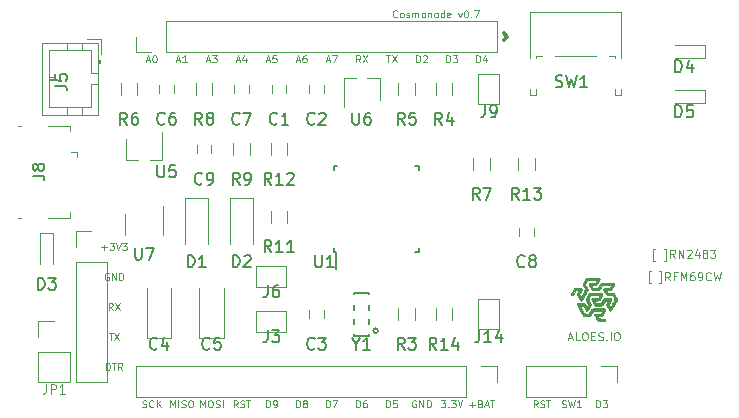
<source format=gto>
G04 #@! TF.FileFunction,Legend,Top*
%FSLAX46Y46*%
G04 Gerber Fmt 4.6, Leading zero omitted, Abs format (unit mm)*
G04 Created by KiCad (PCBNEW 4.0.7-e2-6376~60~ubuntu17.10.1) date Thu Dec 28 10:46:34 2017*
%MOMM*%
%LPD*%
G01*
G04 APERTURE LIST*
%ADD10C,0.100000*%
%ADD11C,0.300000*%
%ADD12C,0.120000*%
%ADD13C,0.150000*%
%ADD14C,0.203200*%
%ADD15C,0.127000*%
%ADD16C,0.010000*%
G04 APERTURE END LIST*
D10*
X190335000Y-111367857D02*
X190420714Y-111396429D01*
X190563571Y-111396429D01*
X190620714Y-111367857D01*
X190649285Y-111339286D01*
X190677857Y-111282143D01*
X190677857Y-111225000D01*
X190649285Y-111167857D01*
X190620714Y-111139286D01*
X190563571Y-111110714D01*
X190449285Y-111082143D01*
X190392143Y-111053571D01*
X190363571Y-111025000D01*
X190335000Y-110967857D01*
X190335000Y-110910714D01*
X190363571Y-110853571D01*
X190392143Y-110825000D01*
X190449285Y-110796429D01*
X190592143Y-110796429D01*
X190677857Y-110825000D01*
X190877857Y-110796429D02*
X191020714Y-111396429D01*
X191135000Y-110967857D01*
X191249286Y-111396429D01*
X191392143Y-110796429D01*
X191935000Y-111396429D02*
X191592143Y-111396429D01*
X191763571Y-111396429D02*
X191763571Y-110796429D01*
X191706428Y-110882143D01*
X191649286Y-110939286D01*
X191592143Y-110967857D01*
X193232143Y-111396429D02*
X193232143Y-110796429D01*
X193375000Y-110796429D01*
X193460715Y-110825000D01*
X193517857Y-110882143D01*
X193546429Y-110939286D01*
X193575000Y-111053571D01*
X193575000Y-111139286D01*
X193546429Y-111253571D01*
X193517857Y-111310714D01*
X193460715Y-111367857D01*
X193375000Y-111396429D01*
X193232143Y-111396429D01*
X193775000Y-110796429D02*
X194146429Y-110796429D01*
X193946429Y-111025000D01*
X194032143Y-111025000D01*
X194089286Y-111053571D01*
X194117857Y-111082143D01*
X194146429Y-111139286D01*
X194146429Y-111282143D01*
X194117857Y-111339286D01*
X194089286Y-111367857D01*
X194032143Y-111396429D01*
X193860715Y-111396429D01*
X193803572Y-111367857D01*
X193775000Y-111339286D01*
X188266428Y-111396429D02*
X188066428Y-111110714D01*
X187923571Y-111396429D02*
X187923571Y-110796429D01*
X188152143Y-110796429D01*
X188209285Y-110825000D01*
X188237857Y-110853571D01*
X188266428Y-110910714D01*
X188266428Y-110996429D01*
X188237857Y-111053571D01*
X188209285Y-111082143D01*
X188152143Y-111110714D01*
X187923571Y-111110714D01*
X188495000Y-111367857D02*
X188580714Y-111396429D01*
X188723571Y-111396429D01*
X188780714Y-111367857D01*
X188809285Y-111339286D01*
X188837857Y-111282143D01*
X188837857Y-111225000D01*
X188809285Y-111167857D01*
X188780714Y-111139286D01*
X188723571Y-111110714D01*
X188609285Y-111082143D01*
X188552143Y-111053571D01*
X188523571Y-111025000D01*
X188495000Y-110967857D01*
X188495000Y-110910714D01*
X188523571Y-110853571D01*
X188552143Y-110825000D01*
X188609285Y-110796429D01*
X188752143Y-110796429D01*
X188837857Y-110825000D01*
X189009286Y-110796429D02*
X189352143Y-110796429D01*
X189180714Y-111396429D02*
X189180714Y-110796429D01*
X197826667Y-100880000D02*
X197660000Y-100880000D01*
X197660000Y-99880000D01*
X197826667Y-99880000D01*
X198560000Y-100880000D02*
X198726667Y-100880000D01*
X198726667Y-99880000D01*
X198560000Y-99880000D01*
X199493334Y-100646667D02*
X199260000Y-100313333D01*
X199093334Y-100646667D02*
X199093334Y-99946667D01*
X199360000Y-99946667D01*
X199426667Y-99980000D01*
X199460000Y-100013333D01*
X199493334Y-100080000D01*
X199493334Y-100180000D01*
X199460000Y-100246667D01*
X199426667Y-100280000D01*
X199360000Y-100313333D01*
X199093334Y-100313333D01*
X200026667Y-100280000D02*
X199793334Y-100280000D01*
X199793334Y-100646667D02*
X199793334Y-99946667D01*
X200126667Y-99946667D01*
X200393334Y-100646667D02*
X200393334Y-99946667D01*
X200626667Y-100446667D01*
X200860000Y-99946667D01*
X200860000Y-100646667D01*
X201493334Y-99946667D02*
X201360000Y-99946667D01*
X201293334Y-99980000D01*
X201260000Y-100013333D01*
X201193334Y-100113333D01*
X201160000Y-100246667D01*
X201160000Y-100513333D01*
X201193334Y-100580000D01*
X201226667Y-100613333D01*
X201293334Y-100646667D01*
X201426667Y-100646667D01*
X201493334Y-100613333D01*
X201526667Y-100580000D01*
X201560000Y-100513333D01*
X201560000Y-100346667D01*
X201526667Y-100280000D01*
X201493334Y-100246667D01*
X201426667Y-100213333D01*
X201293334Y-100213333D01*
X201226667Y-100246667D01*
X201193334Y-100280000D01*
X201160000Y-100346667D01*
X201893334Y-100646667D02*
X202026667Y-100646667D01*
X202093334Y-100613333D01*
X202126667Y-100580000D01*
X202193334Y-100480000D01*
X202226667Y-100346667D01*
X202226667Y-100080000D01*
X202193334Y-100013333D01*
X202160001Y-99980000D01*
X202093334Y-99946667D01*
X201960001Y-99946667D01*
X201893334Y-99980000D01*
X201860001Y-100013333D01*
X201826667Y-100080000D01*
X201826667Y-100246667D01*
X201860001Y-100313333D01*
X201893334Y-100346667D01*
X201960001Y-100380000D01*
X202093334Y-100380000D01*
X202160001Y-100346667D01*
X202193334Y-100313333D01*
X202226667Y-100246667D01*
X202926668Y-100580000D02*
X202893334Y-100613333D01*
X202793334Y-100646667D01*
X202726668Y-100646667D01*
X202626668Y-100613333D01*
X202560001Y-100546667D01*
X202526668Y-100480000D01*
X202493334Y-100346667D01*
X202493334Y-100246667D01*
X202526668Y-100113333D01*
X202560001Y-100046667D01*
X202626668Y-99980000D01*
X202726668Y-99946667D01*
X202793334Y-99946667D01*
X202893334Y-99980000D01*
X202926668Y-100013333D01*
X203160001Y-99946667D02*
X203326668Y-100646667D01*
X203460001Y-100146667D01*
X203593334Y-100646667D01*
X203760001Y-99946667D01*
X198243333Y-98975000D02*
X198076666Y-98975000D01*
X198076666Y-97975000D01*
X198243333Y-97975000D01*
X198976666Y-98975000D02*
X199143333Y-98975000D01*
X199143333Y-97975000D01*
X198976666Y-97975000D01*
X199910000Y-98741667D02*
X199676666Y-98408333D01*
X199510000Y-98741667D02*
X199510000Y-98041667D01*
X199776666Y-98041667D01*
X199843333Y-98075000D01*
X199876666Y-98108333D01*
X199910000Y-98175000D01*
X199910000Y-98275000D01*
X199876666Y-98341667D01*
X199843333Y-98375000D01*
X199776666Y-98408333D01*
X199510000Y-98408333D01*
X200210000Y-98741667D02*
X200210000Y-98041667D01*
X200610000Y-98741667D01*
X200610000Y-98041667D01*
X200909999Y-98108333D02*
X200943333Y-98075000D01*
X201009999Y-98041667D01*
X201176666Y-98041667D01*
X201243333Y-98075000D01*
X201276666Y-98108333D01*
X201309999Y-98175000D01*
X201309999Y-98241667D01*
X201276666Y-98341667D01*
X200876666Y-98741667D01*
X201309999Y-98741667D01*
X201910000Y-98275000D02*
X201910000Y-98741667D01*
X201743333Y-98008333D02*
X201576666Y-98508333D01*
X202010000Y-98508333D01*
X202376667Y-98341667D02*
X202310000Y-98308333D01*
X202276667Y-98275000D01*
X202243333Y-98208333D01*
X202243333Y-98175000D01*
X202276667Y-98108333D01*
X202310000Y-98075000D01*
X202376667Y-98041667D01*
X202510000Y-98041667D01*
X202576667Y-98075000D01*
X202610000Y-98108333D01*
X202643333Y-98175000D01*
X202643333Y-98208333D01*
X202610000Y-98275000D01*
X202576667Y-98308333D01*
X202510000Y-98341667D01*
X202376667Y-98341667D01*
X202310000Y-98375000D01*
X202276667Y-98408333D01*
X202243333Y-98475000D01*
X202243333Y-98608333D01*
X202276667Y-98675000D01*
X202310000Y-98708333D01*
X202376667Y-98741667D01*
X202510000Y-98741667D01*
X202576667Y-98708333D01*
X202610000Y-98675000D01*
X202643333Y-98608333D01*
X202643333Y-98475000D01*
X202610000Y-98408333D01*
X202576667Y-98375000D01*
X202510000Y-98341667D01*
X202876667Y-98041667D02*
X203310000Y-98041667D01*
X203076667Y-98308333D01*
X203176667Y-98308333D01*
X203243334Y-98341667D01*
X203276667Y-98375000D01*
X203310000Y-98441667D01*
X203310000Y-98608333D01*
X203276667Y-98675000D01*
X203243334Y-98708333D01*
X203176667Y-98741667D01*
X202976667Y-98741667D01*
X202910000Y-98708333D01*
X202876667Y-98675000D01*
D11*
X185463571Y-79724286D02*
X185677857Y-80010000D01*
X185463571Y-80295715D01*
D10*
X151942858Y-100030000D02*
X151885715Y-100001429D01*
X151800001Y-100001429D01*
X151714286Y-100030000D01*
X151657144Y-100087143D01*
X151628572Y-100144286D01*
X151600001Y-100258571D01*
X151600001Y-100344286D01*
X151628572Y-100458571D01*
X151657144Y-100515714D01*
X151714286Y-100572857D01*
X151800001Y-100601429D01*
X151857144Y-100601429D01*
X151942858Y-100572857D01*
X151971429Y-100544286D01*
X151971429Y-100344286D01*
X151857144Y-100344286D01*
X152228572Y-100601429D02*
X152228572Y-100001429D01*
X152571429Y-100601429D01*
X152571429Y-100001429D01*
X152857143Y-100601429D02*
X152857143Y-100001429D01*
X153000000Y-100001429D01*
X153085715Y-100030000D01*
X153142857Y-100087143D01*
X153171429Y-100144286D01*
X153200000Y-100258571D01*
X153200000Y-100344286D01*
X153171429Y-100458571D01*
X153142857Y-100515714D01*
X153085715Y-100572857D01*
X153000000Y-100601429D01*
X152857143Y-100601429D01*
X151342857Y-97832857D02*
X151800000Y-97832857D01*
X151571429Y-98061429D02*
X151571429Y-97604286D01*
X152028571Y-97461429D02*
X152400000Y-97461429D01*
X152200000Y-97690000D01*
X152285714Y-97690000D01*
X152342857Y-97718571D01*
X152371428Y-97747143D01*
X152400000Y-97804286D01*
X152400000Y-97947143D01*
X152371428Y-98004286D01*
X152342857Y-98032857D01*
X152285714Y-98061429D01*
X152114286Y-98061429D01*
X152057143Y-98032857D01*
X152028571Y-98004286D01*
X152571429Y-97461429D02*
X152771429Y-98061429D01*
X152971429Y-97461429D01*
X153114286Y-97461429D02*
X153485715Y-97461429D01*
X153285715Y-97690000D01*
X153371429Y-97690000D01*
X153428572Y-97718571D01*
X153457143Y-97747143D01*
X153485715Y-97804286D01*
X153485715Y-97947143D01*
X153457143Y-98004286D01*
X153428572Y-98032857D01*
X153371429Y-98061429D01*
X153200001Y-98061429D01*
X153142858Y-98032857D01*
X153114286Y-98004286D01*
X151714286Y-108221429D02*
X151714286Y-107621429D01*
X151857143Y-107621429D01*
X151942858Y-107650000D01*
X152000000Y-107707143D01*
X152028572Y-107764286D01*
X152057143Y-107878571D01*
X152057143Y-107964286D01*
X152028572Y-108078571D01*
X152000000Y-108135714D01*
X151942858Y-108192857D01*
X151857143Y-108221429D01*
X151714286Y-108221429D01*
X152228572Y-107621429D02*
X152571429Y-107621429D01*
X152400000Y-108221429D02*
X152400000Y-107621429D01*
X153114286Y-108221429D02*
X152914286Y-107935714D01*
X152771429Y-108221429D02*
X152771429Y-107621429D01*
X153000001Y-107621429D01*
X153057143Y-107650000D01*
X153085715Y-107678571D01*
X153114286Y-107735714D01*
X153114286Y-107821429D01*
X153085715Y-107878571D01*
X153057143Y-107907143D01*
X153000001Y-107935714D01*
X152771429Y-107935714D01*
X151942857Y-105081429D02*
X152285714Y-105081429D01*
X152114285Y-105681429D02*
X152114285Y-105081429D01*
X152428571Y-105081429D02*
X152828571Y-105681429D01*
X152828571Y-105081429D02*
X152428571Y-105681429D01*
X152300000Y-103141429D02*
X152100000Y-102855714D01*
X151957143Y-103141429D02*
X151957143Y-102541429D01*
X152185715Y-102541429D01*
X152242857Y-102570000D01*
X152271429Y-102598571D01*
X152300000Y-102655714D01*
X152300000Y-102741429D01*
X152271429Y-102798571D01*
X152242857Y-102827143D01*
X152185715Y-102855714D01*
X151957143Y-102855714D01*
X152500000Y-102541429D02*
X152900000Y-103141429D01*
X152900000Y-102541429D02*
X152500000Y-103141429D01*
X175437857Y-81586429D02*
X175780714Y-81586429D01*
X175609285Y-82186429D02*
X175609285Y-81586429D01*
X175923571Y-81586429D02*
X176323571Y-82186429D01*
X176323571Y-81586429D02*
X175923571Y-82186429D01*
X173255000Y-82186429D02*
X173055000Y-81900714D01*
X172912143Y-82186429D02*
X172912143Y-81586429D01*
X173140715Y-81586429D01*
X173197857Y-81615000D01*
X173226429Y-81643571D01*
X173255000Y-81700714D01*
X173255000Y-81786429D01*
X173226429Y-81843571D01*
X173197857Y-81872143D01*
X173140715Y-81900714D01*
X172912143Y-81900714D01*
X173455000Y-81586429D02*
X173855000Y-82186429D01*
X173855000Y-81586429D02*
X173455000Y-82186429D01*
X160226429Y-82015000D02*
X160512143Y-82015000D01*
X160169286Y-82186429D02*
X160369286Y-81586429D01*
X160569286Y-82186429D01*
X160712143Y-81586429D02*
X161083572Y-81586429D01*
X160883572Y-81815000D01*
X160969286Y-81815000D01*
X161026429Y-81843571D01*
X161055000Y-81872143D01*
X161083572Y-81929286D01*
X161083572Y-82072143D01*
X161055000Y-82129286D01*
X161026429Y-82157857D01*
X160969286Y-82186429D01*
X160797858Y-82186429D01*
X160740715Y-82157857D01*
X160712143Y-82129286D01*
X177992143Y-82186429D02*
X177992143Y-81586429D01*
X178135000Y-81586429D01*
X178220715Y-81615000D01*
X178277857Y-81672143D01*
X178306429Y-81729286D01*
X178335000Y-81843571D01*
X178335000Y-81929286D01*
X178306429Y-82043571D01*
X178277857Y-82100714D01*
X178220715Y-82157857D01*
X178135000Y-82186429D01*
X177992143Y-82186429D01*
X178563572Y-81643571D02*
X178592143Y-81615000D01*
X178649286Y-81586429D01*
X178792143Y-81586429D01*
X178849286Y-81615000D01*
X178877857Y-81643571D01*
X178906429Y-81700714D01*
X178906429Y-81757857D01*
X178877857Y-81843571D01*
X178535000Y-82186429D01*
X178906429Y-82186429D01*
X165292143Y-111396429D02*
X165292143Y-110796429D01*
X165435000Y-110796429D01*
X165520715Y-110825000D01*
X165577857Y-110882143D01*
X165606429Y-110939286D01*
X165635000Y-111053571D01*
X165635000Y-111139286D01*
X165606429Y-111253571D01*
X165577857Y-111310714D01*
X165520715Y-111367857D01*
X165435000Y-111396429D01*
X165292143Y-111396429D01*
X165920715Y-111396429D02*
X166035000Y-111396429D01*
X166092143Y-111367857D01*
X166120715Y-111339286D01*
X166177857Y-111253571D01*
X166206429Y-111139286D01*
X166206429Y-110910714D01*
X166177857Y-110853571D01*
X166149286Y-110825000D01*
X166092143Y-110796429D01*
X165977857Y-110796429D01*
X165920715Y-110825000D01*
X165892143Y-110853571D01*
X165863572Y-110910714D01*
X165863572Y-111053571D01*
X165892143Y-111110714D01*
X165920715Y-111139286D01*
X165977857Y-111167857D01*
X166092143Y-111167857D01*
X166149286Y-111139286D01*
X166177857Y-111110714D01*
X166206429Y-111053571D01*
X167832143Y-111396429D02*
X167832143Y-110796429D01*
X167975000Y-110796429D01*
X168060715Y-110825000D01*
X168117857Y-110882143D01*
X168146429Y-110939286D01*
X168175000Y-111053571D01*
X168175000Y-111139286D01*
X168146429Y-111253571D01*
X168117857Y-111310714D01*
X168060715Y-111367857D01*
X167975000Y-111396429D01*
X167832143Y-111396429D01*
X168517857Y-111053571D02*
X168460715Y-111025000D01*
X168432143Y-110996429D01*
X168403572Y-110939286D01*
X168403572Y-110910714D01*
X168432143Y-110853571D01*
X168460715Y-110825000D01*
X168517857Y-110796429D01*
X168632143Y-110796429D01*
X168689286Y-110825000D01*
X168717857Y-110853571D01*
X168746429Y-110910714D01*
X168746429Y-110939286D01*
X168717857Y-110996429D01*
X168689286Y-111025000D01*
X168632143Y-111053571D01*
X168517857Y-111053571D01*
X168460715Y-111082143D01*
X168432143Y-111110714D01*
X168403572Y-111167857D01*
X168403572Y-111282143D01*
X168432143Y-111339286D01*
X168460715Y-111367857D01*
X168517857Y-111396429D01*
X168632143Y-111396429D01*
X168689286Y-111367857D01*
X168717857Y-111339286D01*
X168746429Y-111282143D01*
X168746429Y-111167857D01*
X168717857Y-111110714D01*
X168689286Y-111082143D01*
X168632143Y-111053571D01*
X190873334Y-105526667D02*
X191206668Y-105526667D01*
X190806668Y-105726667D02*
X191040001Y-105026667D01*
X191273334Y-105726667D01*
X191840001Y-105726667D02*
X191506668Y-105726667D01*
X191506668Y-105026667D01*
X192206668Y-105026667D02*
X192340001Y-105026667D01*
X192406668Y-105060000D01*
X192473335Y-105126667D01*
X192506668Y-105260000D01*
X192506668Y-105493333D01*
X192473335Y-105626667D01*
X192406668Y-105693333D01*
X192340001Y-105726667D01*
X192206668Y-105726667D01*
X192140001Y-105693333D01*
X192073335Y-105626667D01*
X192040001Y-105493333D01*
X192040001Y-105260000D01*
X192073335Y-105126667D01*
X192140001Y-105060000D01*
X192206668Y-105026667D01*
X192806668Y-105360000D02*
X193040001Y-105360000D01*
X193140001Y-105726667D02*
X192806668Y-105726667D01*
X192806668Y-105026667D01*
X193140001Y-105026667D01*
X193406667Y-105693333D02*
X193506667Y-105726667D01*
X193673334Y-105726667D01*
X193740001Y-105693333D01*
X193773334Y-105660000D01*
X193806667Y-105593333D01*
X193806667Y-105526667D01*
X193773334Y-105460000D01*
X193740001Y-105426667D01*
X193673334Y-105393333D01*
X193540001Y-105360000D01*
X193473334Y-105326667D01*
X193440001Y-105293333D01*
X193406667Y-105226667D01*
X193406667Y-105160000D01*
X193440001Y-105093333D01*
X193473334Y-105060000D01*
X193540001Y-105026667D01*
X193706667Y-105026667D01*
X193806667Y-105060000D01*
X194106668Y-105660000D02*
X194140001Y-105693333D01*
X194106668Y-105726667D01*
X194073334Y-105693333D01*
X194106668Y-105660000D01*
X194106668Y-105726667D01*
X194440001Y-105726667D02*
X194440001Y-105026667D01*
X194906667Y-105026667D02*
X195040000Y-105026667D01*
X195106667Y-105060000D01*
X195173334Y-105126667D01*
X195206667Y-105260000D01*
X195206667Y-105493333D01*
X195173334Y-105626667D01*
X195106667Y-105693333D01*
X195040000Y-105726667D01*
X194906667Y-105726667D01*
X194840000Y-105693333D01*
X194773334Y-105626667D01*
X194740000Y-105493333D01*
X194740000Y-105260000D01*
X194773334Y-105126667D01*
X194840000Y-105060000D01*
X194906667Y-105026667D01*
X176380714Y-78319286D02*
X176352143Y-78347857D01*
X176266429Y-78376429D01*
X176209286Y-78376429D01*
X176123571Y-78347857D01*
X176066429Y-78290714D01*
X176037857Y-78233571D01*
X176009286Y-78119286D01*
X176009286Y-78033571D01*
X176037857Y-77919286D01*
X176066429Y-77862143D01*
X176123571Y-77805000D01*
X176209286Y-77776429D01*
X176266429Y-77776429D01*
X176352143Y-77805000D01*
X176380714Y-77833571D01*
X176723571Y-78376429D02*
X176666429Y-78347857D01*
X176637857Y-78319286D01*
X176609286Y-78262143D01*
X176609286Y-78090714D01*
X176637857Y-78033571D01*
X176666429Y-78005000D01*
X176723571Y-77976429D01*
X176809286Y-77976429D01*
X176866429Y-78005000D01*
X176895000Y-78033571D01*
X176923571Y-78090714D01*
X176923571Y-78262143D01*
X176895000Y-78319286D01*
X176866429Y-78347857D01*
X176809286Y-78376429D01*
X176723571Y-78376429D01*
X177152143Y-78347857D02*
X177209286Y-78376429D01*
X177323571Y-78376429D01*
X177380714Y-78347857D01*
X177409286Y-78290714D01*
X177409286Y-78262143D01*
X177380714Y-78205000D01*
X177323571Y-78176429D01*
X177237857Y-78176429D01*
X177180714Y-78147857D01*
X177152143Y-78090714D01*
X177152143Y-78062143D01*
X177180714Y-78005000D01*
X177237857Y-77976429D01*
X177323571Y-77976429D01*
X177380714Y-78005000D01*
X177666428Y-78376429D02*
X177666428Y-77976429D01*
X177666428Y-78033571D02*
X177695000Y-78005000D01*
X177752142Y-77976429D01*
X177837857Y-77976429D01*
X177895000Y-78005000D01*
X177923571Y-78062143D01*
X177923571Y-78376429D01*
X177923571Y-78062143D02*
X177952142Y-78005000D01*
X178009285Y-77976429D01*
X178095000Y-77976429D01*
X178152142Y-78005000D01*
X178180714Y-78062143D01*
X178180714Y-78376429D01*
X178552142Y-78376429D02*
X178495000Y-78347857D01*
X178466428Y-78319286D01*
X178437857Y-78262143D01*
X178437857Y-78090714D01*
X178466428Y-78033571D01*
X178495000Y-78005000D01*
X178552142Y-77976429D01*
X178637857Y-77976429D01*
X178695000Y-78005000D01*
X178723571Y-78033571D01*
X178752142Y-78090714D01*
X178752142Y-78262143D01*
X178723571Y-78319286D01*
X178695000Y-78347857D01*
X178637857Y-78376429D01*
X178552142Y-78376429D01*
X179009285Y-77976429D02*
X179009285Y-78376429D01*
X179009285Y-78033571D02*
X179037857Y-78005000D01*
X179094999Y-77976429D01*
X179180714Y-77976429D01*
X179237857Y-78005000D01*
X179266428Y-78062143D01*
X179266428Y-78376429D01*
X179637856Y-78376429D02*
X179580714Y-78347857D01*
X179552142Y-78319286D01*
X179523571Y-78262143D01*
X179523571Y-78090714D01*
X179552142Y-78033571D01*
X179580714Y-78005000D01*
X179637856Y-77976429D01*
X179723571Y-77976429D01*
X179780714Y-78005000D01*
X179809285Y-78033571D01*
X179837856Y-78090714D01*
X179837856Y-78262143D01*
X179809285Y-78319286D01*
X179780714Y-78347857D01*
X179723571Y-78376429D01*
X179637856Y-78376429D01*
X180352142Y-78376429D02*
X180352142Y-77776429D01*
X180352142Y-78347857D02*
X180294999Y-78376429D01*
X180180713Y-78376429D01*
X180123571Y-78347857D01*
X180094999Y-78319286D01*
X180066428Y-78262143D01*
X180066428Y-78090714D01*
X180094999Y-78033571D01*
X180123571Y-78005000D01*
X180180713Y-77976429D01*
X180294999Y-77976429D01*
X180352142Y-78005000D01*
X180866428Y-78347857D02*
X180809285Y-78376429D01*
X180694999Y-78376429D01*
X180637856Y-78347857D01*
X180609285Y-78290714D01*
X180609285Y-78062143D01*
X180637856Y-78005000D01*
X180694999Y-77976429D01*
X180809285Y-77976429D01*
X180866428Y-78005000D01*
X180894999Y-78062143D01*
X180894999Y-78119286D01*
X180609285Y-78176429D01*
X181552142Y-77976429D02*
X181694999Y-78376429D01*
X181837857Y-77976429D01*
X182180714Y-77776429D02*
X182237857Y-77776429D01*
X182295000Y-77805000D01*
X182323571Y-77833571D01*
X182352142Y-77890714D01*
X182380714Y-78005000D01*
X182380714Y-78147857D01*
X182352142Y-78262143D01*
X182323571Y-78319286D01*
X182295000Y-78347857D01*
X182237857Y-78376429D01*
X182180714Y-78376429D01*
X182123571Y-78347857D01*
X182095000Y-78319286D01*
X182066428Y-78262143D01*
X182037857Y-78147857D01*
X182037857Y-78005000D01*
X182066428Y-77890714D01*
X182095000Y-77833571D01*
X182123571Y-77805000D01*
X182180714Y-77776429D01*
X182637857Y-78319286D02*
X182666429Y-78347857D01*
X182637857Y-78376429D01*
X182609286Y-78347857D01*
X182637857Y-78319286D01*
X182637857Y-78376429D01*
X182866428Y-77776429D02*
X183266428Y-77776429D01*
X183009285Y-78376429D01*
X154803572Y-111367857D02*
X154889286Y-111396429D01*
X155032143Y-111396429D01*
X155089286Y-111367857D01*
X155117857Y-111339286D01*
X155146429Y-111282143D01*
X155146429Y-111225000D01*
X155117857Y-111167857D01*
X155089286Y-111139286D01*
X155032143Y-111110714D01*
X154917857Y-111082143D01*
X154860715Y-111053571D01*
X154832143Y-111025000D01*
X154803572Y-110967857D01*
X154803572Y-110910714D01*
X154832143Y-110853571D01*
X154860715Y-110825000D01*
X154917857Y-110796429D01*
X155060715Y-110796429D01*
X155146429Y-110825000D01*
X155746429Y-111339286D02*
X155717858Y-111367857D01*
X155632144Y-111396429D01*
X155575001Y-111396429D01*
X155489286Y-111367857D01*
X155432144Y-111310714D01*
X155403572Y-111253571D01*
X155375001Y-111139286D01*
X155375001Y-111053571D01*
X155403572Y-110939286D01*
X155432144Y-110882143D01*
X155489286Y-110825000D01*
X155575001Y-110796429D01*
X155632144Y-110796429D01*
X155717858Y-110825000D01*
X155746429Y-110853571D01*
X156003572Y-111396429D02*
X156003572Y-110796429D01*
X156346429Y-111396429D02*
X156089286Y-111053571D01*
X156346429Y-110796429D02*
X156003572Y-111139286D01*
X157172143Y-111396429D02*
X157172143Y-110796429D01*
X157372143Y-111225000D01*
X157572143Y-110796429D01*
X157572143Y-111396429D01*
X157857857Y-111396429D02*
X157857857Y-110796429D01*
X158115000Y-111367857D02*
X158200714Y-111396429D01*
X158343571Y-111396429D01*
X158400714Y-111367857D01*
X158429285Y-111339286D01*
X158457857Y-111282143D01*
X158457857Y-111225000D01*
X158429285Y-111167857D01*
X158400714Y-111139286D01*
X158343571Y-111110714D01*
X158229285Y-111082143D01*
X158172143Y-111053571D01*
X158143571Y-111025000D01*
X158115000Y-110967857D01*
X158115000Y-110910714D01*
X158143571Y-110853571D01*
X158172143Y-110825000D01*
X158229285Y-110796429D01*
X158372143Y-110796429D01*
X158457857Y-110825000D01*
X158829286Y-110796429D02*
X158943572Y-110796429D01*
X159000714Y-110825000D01*
X159057857Y-110882143D01*
X159086429Y-110996429D01*
X159086429Y-111196429D01*
X159057857Y-111310714D01*
X159000714Y-111367857D01*
X158943572Y-111396429D01*
X158829286Y-111396429D01*
X158772143Y-111367857D01*
X158715000Y-111310714D01*
X158686429Y-111196429D01*
X158686429Y-110996429D01*
X158715000Y-110882143D01*
X158772143Y-110825000D01*
X158829286Y-110796429D01*
X159712143Y-111396429D02*
X159712143Y-110796429D01*
X159912143Y-111225000D01*
X160112143Y-110796429D01*
X160112143Y-111396429D01*
X160512143Y-110796429D02*
X160626429Y-110796429D01*
X160683571Y-110825000D01*
X160740714Y-110882143D01*
X160769286Y-110996429D01*
X160769286Y-111196429D01*
X160740714Y-111310714D01*
X160683571Y-111367857D01*
X160626429Y-111396429D01*
X160512143Y-111396429D01*
X160455000Y-111367857D01*
X160397857Y-111310714D01*
X160369286Y-111196429D01*
X160369286Y-110996429D01*
X160397857Y-110882143D01*
X160455000Y-110825000D01*
X160512143Y-110796429D01*
X160997857Y-111367857D02*
X161083571Y-111396429D01*
X161226428Y-111396429D01*
X161283571Y-111367857D01*
X161312142Y-111339286D01*
X161340714Y-111282143D01*
X161340714Y-111225000D01*
X161312142Y-111167857D01*
X161283571Y-111139286D01*
X161226428Y-111110714D01*
X161112142Y-111082143D01*
X161055000Y-111053571D01*
X161026428Y-111025000D01*
X160997857Y-110967857D01*
X160997857Y-110910714D01*
X161026428Y-110853571D01*
X161055000Y-110825000D01*
X161112142Y-110796429D01*
X161255000Y-110796429D01*
X161340714Y-110825000D01*
X161597857Y-111396429D02*
X161597857Y-110796429D01*
X162866428Y-111396429D02*
X162666428Y-111110714D01*
X162523571Y-111396429D02*
X162523571Y-110796429D01*
X162752143Y-110796429D01*
X162809285Y-110825000D01*
X162837857Y-110853571D01*
X162866428Y-110910714D01*
X162866428Y-110996429D01*
X162837857Y-111053571D01*
X162809285Y-111082143D01*
X162752143Y-111110714D01*
X162523571Y-111110714D01*
X163095000Y-111367857D02*
X163180714Y-111396429D01*
X163323571Y-111396429D01*
X163380714Y-111367857D01*
X163409285Y-111339286D01*
X163437857Y-111282143D01*
X163437857Y-111225000D01*
X163409285Y-111167857D01*
X163380714Y-111139286D01*
X163323571Y-111110714D01*
X163209285Y-111082143D01*
X163152143Y-111053571D01*
X163123571Y-111025000D01*
X163095000Y-110967857D01*
X163095000Y-110910714D01*
X163123571Y-110853571D01*
X163152143Y-110825000D01*
X163209285Y-110796429D01*
X163352143Y-110796429D01*
X163437857Y-110825000D01*
X163609286Y-110796429D02*
X163952143Y-110796429D01*
X163780714Y-111396429D02*
X163780714Y-110796429D01*
X167846429Y-82015000D02*
X168132143Y-82015000D01*
X167789286Y-82186429D02*
X167989286Y-81586429D01*
X168189286Y-82186429D01*
X168646429Y-81586429D02*
X168532143Y-81586429D01*
X168475000Y-81615000D01*
X168446429Y-81643571D01*
X168389286Y-81729286D01*
X168360715Y-81843571D01*
X168360715Y-82072143D01*
X168389286Y-82129286D01*
X168417858Y-82157857D01*
X168475000Y-82186429D01*
X168589286Y-82186429D01*
X168646429Y-82157857D01*
X168675000Y-82129286D01*
X168703572Y-82072143D01*
X168703572Y-81929286D01*
X168675000Y-81872143D01*
X168646429Y-81843571D01*
X168589286Y-81815000D01*
X168475000Y-81815000D01*
X168417858Y-81843571D01*
X168389286Y-81872143D01*
X168360715Y-81929286D01*
X157686429Y-82015000D02*
X157972143Y-82015000D01*
X157629286Y-82186429D02*
X157829286Y-81586429D01*
X158029286Y-82186429D01*
X158543572Y-82186429D02*
X158200715Y-82186429D01*
X158372143Y-82186429D02*
X158372143Y-81586429D01*
X158315000Y-81672143D01*
X158257858Y-81729286D01*
X158200715Y-81757857D01*
X155146429Y-82015000D02*
X155432143Y-82015000D01*
X155089286Y-82186429D02*
X155289286Y-81586429D01*
X155489286Y-82186429D01*
X155803572Y-81586429D02*
X155860715Y-81586429D01*
X155917858Y-81615000D01*
X155946429Y-81643571D01*
X155975000Y-81700714D01*
X156003572Y-81815000D01*
X156003572Y-81957857D01*
X155975000Y-82072143D01*
X155946429Y-82129286D01*
X155917858Y-82157857D01*
X155860715Y-82186429D01*
X155803572Y-82186429D01*
X155746429Y-82157857D01*
X155717858Y-82129286D01*
X155689286Y-82072143D01*
X155660715Y-81957857D01*
X155660715Y-81815000D01*
X155689286Y-81700714D01*
X155717858Y-81643571D01*
X155746429Y-81615000D01*
X155803572Y-81586429D01*
X170372143Y-111396429D02*
X170372143Y-110796429D01*
X170515000Y-110796429D01*
X170600715Y-110825000D01*
X170657857Y-110882143D01*
X170686429Y-110939286D01*
X170715000Y-111053571D01*
X170715000Y-111139286D01*
X170686429Y-111253571D01*
X170657857Y-111310714D01*
X170600715Y-111367857D01*
X170515000Y-111396429D01*
X170372143Y-111396429D01*
X170915000Y-110796429D02*
X171315000Y-110796429D01*
X171057857Y-111396429D01*
X177977858Y-110825000D02*
X177920715Y-110796429D01*
X177835001Y-110796429D01*
X177749286Y-110825000D01*
X177692144Y-110882143D01*
X177663572Y-110939286D01*
X177635001Y-111053571D01*
X177635001Y-111139286D01*
X177663572Y-111253571D01*
X177692144Y-111310714D01*
X177749286Y-111367857D01*
X177835001Y-111396429D01*
X177892144Y-111396429D01*
X177977858Y-111367857D01*
X178006429Y-111339286D01*
X178006429Y-111139286D01*
X177892144Y-111139286D01*
X178263572Y-111396429D02*
X178263572Y-110796429D01*
X178606429Y-111396429D01*
X178606429Y-110796429D01*
X178892143Y-111396429D02*
X178892143Y-110796429D01*
X179035000Y-110796429D01*
X179120715Y-110825000D01*
X179177857Y-110882143D01*
X179206429Y-110939286D01*
X179235000Y-111053571D01*
X179235000Y-111139286D01*
X179206429Y-111253571D01*
X179177857Y-111310714D01*
X179120715Y-111367857D01*
X179035000Y-111396429D01*
X178892143Y-111396429D01*
X170386429Y-82015000D02*
X170672143Y-82015000D01*
X170329286Y-82186429D02*
X170529286Y-81586429D01*
X170729286Y-82186429D01*
X170872143Y-81586429D02*
X171272143Y-81586429D01*
X171015000Y-82186429D01*
X165306429Y-82015000D02*
X165592143Y-82015000D01*
X165249286Y-82186429D02*
X165449286Y-81586429D01*
X165649286Y-82186429D01*
X166135000Y-81586429D02*
X165849286Y-81586429D01*
X165820715Y-81872143D01*
X165849286Y-81843571D01*
X165906429Y-81815000D01*
X166049286Y-81815000D01*
X166106429Y-81843571D01*
X166135000Y-81872143D01*
X166163572Y-81929286D01*
X166163572Y-82072143D01*
X166135000Y-82129286D01*
X166106429Y-82157857D01*
X166049286Y-82186429D01*
X165906429Y-82186429D01*
X165849286Y-82157857D01*
X165820715Y-82129286D01*
X162766429Y-82015000D02*
X163052143Y-82015000D01*
X162709286Y-82186429D02*
X162909286Y-81586429D01*
X163109286Y-82186429D01*
X163566429Y-81786429D02*
X163566429Y-82186429D01*
X163423572Y-81557857D02*
X163280715Y-81986429D01*
X163652143Y-81986429D01*
X180089285Y-110796429D02*
X180460714Y-110796429D01*
X180260714Y-111025000D01*
X180346428Y-111025000D01*
X180403571Y-111053571D01*
X180432142Y-111082143D01*
X180460714Y-111139286D01*
X180460714Y-111282143D01*
X180432142Y-111339286D01*
X180403571Y-111367857D01*
X180346428Y-111396429D01*
X180175000Y-111396429D01*
X180117857Y-111367857D01*
X180089285Y-111339286D01*
X180717857Y-111339286D02*
X180746429Y-111367857D01*
X180717857Y-111396429D01*
X180689286Y-111367857D01*
X180717857Y-111339286D01*
X180717857Y-111396429D01*
X180946428Y-110796429D02*
X181317857Y-110796429D01*
X181117857Y-111025000D01*
X181203571Y-111025000D01*
X181260714Y-111053571D01*
X181289285Y-111082143D01*
X181317857Y-111139286D01*
X181317857Y-111282143D01*
X181289285Y-111339286D01*
X181260714Y-111367857D01*
X181203571Y-111396429D01*
X181032143Y-111396429D01*
X180975000Y-111367857D01*
X180946428Y-111339286D01*
X181489286Y-110796429D02*
X181689286Y-111396429D01*
X181889286Y-110796429D01*
X182500714Y-111167857D02*
X182957857Y-111167857D01*
X182729286Y-111396429D02*
X182729286Y-110939286D01*
X183443571Y-111082143D02*
X183529285Y-111110714D01*
X183557857Y-111139286D01*
X183586428Y-111196429D01*
X183586428Y-111282143D01*
X183557857Y-111339286D01*
X183529285Y-111367857D01*
X183472143Y-111396429D01*
X183243571Y-111396429D01*
X183243571Y-110796429D01*
X183443571Y-110796429D01*
X183500714Y-110825000D01*
X183529285Y-110853571D01*
X183557857Y-110910714D01*
X183557857Y-110967857D01*
X183529285Y-111025000D01*
X183500714Y-111053571D01*
X183443571Y-111082143D01*
X183243571Y-111082143D01*
X183815000Y-111225000D02*
X184100714Y-111225000D01*
X183757857Y-111396429D02*
X183957857Y-110796429D01*
X184157857Y-111396429D01*
X184272143Y-110796429D02*
X184615000Y-110796429D01*
X184443571Y-111396429D02*
X184443571Y-110796429D01*
X172912143Y-111396429D02*
X172912143Y-110796429D01*
X173055000Y-110796429D01*
X173140715Y-110825000D01*
X173197857Y-110882143D01*
X173226429Y-110939286D01*
X173255000Y-111053571D01*
X173255000Y-111139286D01*
X173226429Y-111253571D01*
X173197857Y-111310714D01*
X173140715Y-111367857D01*
X173055000Y-111396429D01*
X172912143Y-111396429D01*
X173769286Y-110796429D02*
X173655000Y-110796429D01*
X173597857Y-110825000D01*
X173569286Y-110853571D01*
X173512143Y-110939286D01*
X173483572Y-111053571D01*
X173483572Y-111282143D01*
X173512143Y-111339286D01*
X173540715Y-111367857D01*
X173597857Y-111396429D01*
X173712143Y-111396429D01*
X173769286Y-111367857D01*
X173797857Y-111339286D01*
X173826429Y-111282143D01*
X173826429Y-111139286D01*
X173797857Y-111082143D01*
X173769286Y-111053571D01*
X173712143Y-111025000D01*
X173597857Y-111025000D01*
X173540715Y-111053571D01*
X173512143Y-111082143D01*
X173483572Y-111139286D01*
X175452143Y-111396429D02*
X175452143Y-110796429D01*
X175595000Y-110796429D01*
X175680715Y-110825000D01*
X175737857Y-110882143D01*
X175766429Y-110939286D01*
X175795000Y-111053571D01*
X175795000Y-111139286D01*
X175766429Y-111253571D01*
X175737857Y-111310714D01*
X175680715Y-111367857D01*
X175595000Y-111396429D01*
X175452143Y-111396429D01*
X176337857Y-110796429D02*
X176052143Y-110796429D01*
X176023572Y-111082143D01*
X176052143Y-111053571D01*
X176109286Y-111025000D01*
X176252143Y-111025000D01*
X176309286Y-111053571D01*
X176337857Y-111082143D01*
X176366429Y-111139286D01*
X176366429Y-111282143D01*
X176337857Y-111339286D01*
X176309286Y-111367857D01*
X176252143Y-111396429D01*
X176109286Y-111396429D01*
X176052143Y-111367857D01*
X176023572Y-111339286D01*
X183072143Y-82186429D02*
X183072143Y-81586429D01*
X183215000Y-81586429D01*
X183300715Y-81615000D01*
X183357857Y-81672143D01*
X183386429Y-81729286D01*
X183415000Y-81843571D01*
X183415000Y-81929286D01*
X183386429Y-82043571D01*
X183357857Y-82100714D01*
X183300715Y-82157857D01*
X183215000Y-82186429D01*
X183072143Y-82186429D01*
X183929286Y-81786429D02*
X183929286Y-82186429D01*
X183786429Y-81557857D02*
X183643572Y-81986429D01*
X184015000Y-81986429D01*
X180532143Y-82186429D02*
X180532143Y-81586429D01*
X180675000Y-81586429D01*
X180760715Y-81615000D01*
X180817857Y-81672143D01*
X180846429Y-81729286D01*
X180875000Y-81843571D01*
X180875000Y-81929286D01*
X180846429Y-82043571D01*
X180817857Y-82100714D01*
X180760715Y-82157857D01*
X180675000Y-82186429D01*
X180532143Y-82186429D01*
X181075000Y-81586429D02*
X181446429Y-81586429D01*
X181246429Y-81815000D01*
X181332143Y-81815000D01*
X181389286Y-81843571D01*
X181417857Y-81872143D01*
X181446429Y-81929286D01*
X181446429Y-82072143D01*
X181417857Y-82129286D01*
X181389286Y-82157857D01*
X181332143Y-82186429D01*
X181160715Y-82186429D01*
X181103572Y-82157857D01*
X181075000Y-82129286D01*
D12*
X165770000Y-84805000D02*
X165770000Y-84105000D01*
X166970000Y-84105000D02*
X166970000Y-84805000D01*
X170145000Y-84105000D02*
X170145000Y-84805000D01*
X168945000Y-84805000D02*
X168945000Y-84105000D01*
X170145000Y-103155000D02*
X170145000Y-103855000D01*
X168945000Y-103855000D02*
X168945000Y-103155000D01*
X156245000Y-84805000D02*
X156245000Y-84105000D01*
X157445000Y-84105000D02*
X157445000Y-84805000D01*
X162595000Y-84805000D02*
X162595000Y-84105000D01*
X163795000Y-84105000D02*
X163795000Y-84805000D01*
X186725000Y-96870000D02*
X186725000Y-96170000D01*
X187925000Y-96170000D02*
X187925000Y-96870000D01*
X151025000Y-80500000D02*
X146325000Y-80500000D01*
X146325000Y-80500000D02*
X146325000Y-86600000D01*
X146325000Y-86600000D02*
X151025000Y-86600000D01*
X151025000Y-86600000D02*
X151025000Y-80500000D01*
X151025000Y-83050000D02*
X150425000Y-83050000D01*
X150425000Y-83050000D02*
X150425000Y-81100000D01*
X150425000Y-81100000D02*
X146925000Y-81100000D01*
X146925000Y-81100000D02*
X146925000Y-86000000D01*
X146925000Y-86000000D02*
X150425000Y-86000000D01*
X150425000Y-86000000D02*
X150425000Y-84050000D01*
X150425000Y-84050000D02*
X151025000Y-84050000D01*
X149725000Y-80500000D02*
X149725000Y-81100000D01*
X148425000Y-80500000D02*
X148425000Y-81100000D01*
X149725000Y-86600000D02*
X149725000Y-86000000D01*
X148425000Y-86600000D02*
X148425000Y-86000000D01*
X151025000Y-82250000D02*
X151225000Y-82250000D01*
X151225000Y-82250000D02*
X151225000Y-81950000D01*
X151225000Y-81950000D02*
X151025000Y-81950000D01*
X151125000Y-82250000D02*
X151125000Y-81950000D01*
X146925000Y-83450000D02*
X147425000Y-83450000D01*
X147425000Y-83450000D02*
X147425000Y-83650000D01*
X147425000Y-83650000D02*
X146925000Y-83650000D01*
X146925000Y-83550000D02*
X147425000Y-83550000D01*
X151325000Y-81450000D02*
X151325000Y-80200000D01*
X151325000Y-80200000D02*
X150075000Y-80200000D01*
X177845000Y-103005000D02*
X177845000Y-104005000D01*
X176485000Y-104005000D02*
X176485000Y-103005000D01*
X181020000Y-83955000D02*
X181020000Y-84955000D01*
X179660000Y-84955000D02*
X179660000Y-83955000D01*
X177845000Y-83955000D02*
X177845000Y-84955000D01*
X176485000Y-84955000D02*
X176485000Y-83955000D01*
X154350000Y-83955000D02*
X154350000Y-84955000D01*
X152990000Y-84955000D02*
X152990000Y-83955000D01*
X182835000Y-91305000D02*
X182835000Y-90305000D01*
X184195000Y-90305000D02*
X184195000Y-91305000D01*
X159340000Y-84955000D02*
X159340000Y-83955000D01*
X160700000Y-83955000D02*
X160700000Y-84955000D01*
X162515000Y-90035000D02*
X162515000Y-89035000D01*
X163875000Y-89035000D02*
X163875000Y-90035000D01*
D13*
X171000000Y-98240000D02*
X171225000Y-98240000D01*
X171000000Y-90990000D02*
X171325000Y-90990000D01*
X178250000Y-90990000D02*
X177925000Y-90990000D01*
X178250000Y-98240000D02*
X177925000Y-98240000D01*
X171000000Y-98240000D02*
X171000000Y-97915000D01*
X178250000Y-98240000D02*
X178250000Y-97915000D01*
X178250000Y-90990000D02*
X178250000Y-91315000D01*
X171000000Y-90990000D02*
X171000000Y-91315000D01*
X171225000Y-98240000D02*
X171225000Y-99665000D01*
D12*
X173855000Y-83505000D02*
X174905000Y-83505000D01*
X174905000Y-83505000D02*
X174905000Y-85355000D01*
X171855000Y-83505000D02*
X172855000Y-83505000D01*
X171845000Y-83525000D02*
X171845000Y-85955000D01*
D14*
X172705000Y-101805000D02*
X172705000Y-101705000D01*
X172705000Y-101705000D02*
X174005000Y-101705000D01*
X174005000Y-101705000D02*
X174005000Y-101805000D01*
X174005000Y-105205000D02*
X174005000Y-105355000D01*
X174005000Y-105355000D02*
X172705000Y-105355000D01*
X172705000Y-105355000D02*
X172705000Y-105205000D01*
D15*
X172705000Y-104305000D02*
X172705000Y-103905000D01*
X172705000Y-103105000D02*
X172705000Y-102705000D01*
X174005000Y-104305000D02*
X174005000Y-103905000D01*
X174005000Y-103105000D02*
X174005000Y-102705000D01*
X174755000Y-104905000D02*
G75*
G03X174755000Y-104905000I-200000J0D01*
G01*
D12*
X160620000Y-89185000D02*
X160620000Y-89885000D01*
X159420000Y-89885000D02*
X159420000Y-89185000D01*
X160385000Y-93635000D02*
X158385000Y-93635000D01*
X158385000Y-93635000D02*
X158385000Y-97535000D01*
X160385000Y-93635000D02*
X160385000Y-97535000D01*
X164195000Y-93635000D02*
X162195000Y-93635000D01*
X162195000Y-93635000D02*
X162195000Y-97535000D01*
X164195000Y-93635000D02*
X164195000Y-97535000D01*
X147235000Y-96625000D02*
X146135000Y-96625000D01*
X146135000Y-96625000D02*
X146135000Y-99225000D01*
X147235000Y-96625000D02*
X147235000Y-99225000D01*
X148700000Y-87540000D02*
X148700000Y-87990000D01*
X146850000Y-87540000D02*
X148700000Y-87540000D01*
X144300000Y-95340000D02*
X144550000Y-95340000D01*
X144300000Y-87540000D02*
X144550000Y-87540000D01*
X146850000Y-95340000D02*
X148700000Y-95340000D01*
X148700000Y-95340000D02*
X148700000Y-94890000D01*
X149250000Y-89740000D02*
X149250000Y-90190000D01*
X149250000Y-89740000D02*
X148800000Y-89740000D01*
X149165000Y-109280000D02*
X151825000Y-109280000D01*
X149165000Y-99060000D02*
X149165000Y-109280000D01*
X151825000Y-99060000D02*
X151825000Y-109280000D01*
X149165000Y-99060000D02*
X151825000Y-99060000D01*
X149165000Y-97790000D02*
X149165000Y-96460000D01*
X149165000Y-96460000D02*
X150495000Y-96460000D01*
X165690000Y-95750000D02*
X165690000Y-94750000D01*
X167050000Y-94750000D02*
X167050000Y-95750000D01*
X167050000Y-89035000D02*
X167050000Y-90035000D01*
X165690000Y-90035000D02*
X165690000Y-89035000D01*
D16*
G36*
X193030055Y-100440126D02*
X193121325Y-100440220D01*
X193198284Y-100440419D01*
X193262242Y-100440760D01*
X193314511Y-100441284D01*
X193356401Y-100442027D01*
X193389224Y-100443028D01*
X193414291Y-100444325D01*
X193432912Y-100445957D01*
X193446399Y-100447962D01*
X193456062Y-100450379D01*
X193463213Y-100453245D01*
X193468242Y-100456030D01*
X193495972Y-100481640D01*
X193510062Y-100514393D01*
X193508969Y-100550443D01*
X193507789Y-100554662D01*
X193500767Y-100570949D01*
X193486474Y-100599091D01*
X193466244Y-100636785D01*
X193441410Y-100681725D01*
X193413305Y-100731606D01*
X193383261Y-100784124D01*
X193352612Y-100836973D01*
X193322691Y-100887848D01*
X193294830Y-100934445D01*
X193270362Y-100974458D01*
X193250621Y-101005583D01*
X193236939Y-101025515D01*
X193232306Y-101031037D01*
X193224936Y-101037113D01*
X193215884Y-101041798D01*
X193202821Y-101045367D01*
X193183415Y-101048096D01*
X193155336Y-101050261D01*
X193116254Y-101052138D01*
X193063837Y-101054004D01*
X193029015Y-101055108D01*
X192975299Y-101056922D01*
X192927776Y-101058804D01*
X192888879Y-101060635D01*
X192861038Y-101062296D01*
X192846687Y-101063666D01*
X192845267Y-101064121D01*
X192849277Y-101072205D01*
X192860342Y-101092349D01*
X192877012Y-101121968D01*
X192897838Y-101158477D01*
X192910883Y-101181154D01*
X192976500Y-101294884D01*
X193366814Y-101295200D01*
X193476127Y-101103386D01*
X193506619Y-101050549D01*
X193535512Y-101001730D01*
X193561435Y-100959149D01*
X193583016Y-100925027D01*
X193598883Y-100901586D01*
X193606850Y-100891719D01*
X193628260Y-100871867D01*
X194696145Y-100871867D01*
X194723206Y-100899787D01*
X194735806Y-100913613D01*
X194744833Y-100926887D01*
X194749741Y-100941269D01*
X194749984Y-100958417D01*
X194745015Y-100979992D01*
X194734289Y-101007654D01*
X194717259Y-101043061D01*
X194693378Y-101087872D01*
X194662102Y-101143749D01*
X194622883Y-101212349D01*
X194616917Y-101222734D01*
X194575480Y-101294273D01*
X194541294Y-101351979D01*
X194513646Y-101396966D01*
X194491824Y-101430343D01*
X194475115Y-101453222D01*
X194462805Y-101466716D01*
X194458167Y-101470235D01*
X194447296Y-101475610D01*
X194432977Y-101479771D01*
X194412779Y-101482955D01*
X194384271Y-101485401D01*
X194345023Y-101487348D01*
X194292603Y-101489035D01*
X194257450Y-101489934D01*
X194082132Y-101494167D01*
X194150318Y-101610583D01*
X194218504Y-101727000D01*
X194372202Y-101728077D01*
X194430142Y-101728761D01*
X194490283Y-101729949D01*
X194547317Y-101731504D01*
X194595938Y-101733291D01*
X194619033Y-101734427D01*
X194712167Y-101739700D01*
X194742919Y-101786267D01*
X194755723Y-101806506D01*
X194775461Y-101838787D01*
X194800571Y-101880503D01*
X194829489Y-101929048D01*
X194860655Y-101981814D01*
X194884736Y-102022884D01*
X194919327Y-102082415D01*
X194946080Y-102129416D01*
X194965950Y-102165831D01*
X194979891Y-102193601D01*
X194988858Y-102214668D01*
X194993805Y-102230974D01*
X194995688Y-102244461D01*
X194995800Y-102248800D01*
X194995035Y-102257672D01*
X194992323Y-102268782D01*
X194987046Y-102283291D01*
X194978581Y-102302360D01*
X194966307Y-102327149D01*
X194949602Y-102358819D01*
X194927847Y-102398530D01*
X194900420Y-102447442D01*
X194866699Y-102506717D01*
X194826064Y-102577514D01*
X194777893Y-102660995D01*
X194741799Y-102723383D01*
X194693951Y-102805677D01*
X194648564Y-102883059D01*
X194606399Y-102954271D01*
X194568220Y-103018055D01*
X194534787Y-103073155D01*
X194506862Y-103118312D01*
X194485207Y-103152268D01*
X194470585Y-103173767D01*
X194464515Y-103181108D01*
X194432645Y-103196908D01*
X194396289Y-103198691D01*
X194361120Y-103186342D01*
X194350173Y-103175929D01*
X194333632Y-103154023D01*
X194311042Y-103119911D01*
X194281949Y-103072882D01*
X194245900Y-103012224D01*
X194205297Y-102942200D01*
X194167278Y-102875759D01*
X194137077Y-102822183D01*
X194113855Y-102779790D01*
X194096768Y-102746895D01*
X194084974Y-102721813D01*
X194077633Y-102702860D01*
X194073902Y-102688352D01*
X194072934Y-102677392D01*
X194074515Y-102661334D01*
X194080029Y-102642281D01*
X194090631Y-102617690D01*
X194107477Y-102585017D01*
X194131723Y-102541722D01*
X194145221Y-102518325D01*
X194170156Y-102475213D01*
X194192935Y-102435541D01*
X194211832Y-102402340D01*
X194225117Y-102378644D01*
X194230105Y-102369425D01*
X194242702Y-102345067D01*
X193967100Y-102345329D01*
X193857034Y-102537815D01*
X193826465Y-102590657D01*
X193797580Y-102639438D01*
X193771734Y-102681956D01*
X193750283Y-102716012D01*
X193734584Y-102739405D01*
X193726681Y-102749350D01*
X193720894Y-102754494D01*
X193714455Y-102758615D01*
X193705555Y-102761824D01*
X193692388Y-102764231D01*
X193673145Y-102765948D01*
X193646020Y-102767085D01*
X193609205Y-102767753D01*
X193560892Y-102768064D01*
X193499276Y-102768129D01*
X193422547Y-102768057D01*
X193421881Y-102768056D01*
X193137367Y-102767712D01*
X193111362Y-102744773D01*
X193099286Y-102730421D01*
X193080938Y-102703880D01*
X193057588Y-102667384D01*
X193030505Y-102623167D01*
X193000960Y-102573462D01*
X192970223Y-102520504D01*
X192939564Y-102466527D01*
X192910253Y-102413764D01*
X192883560Y-102364450D01*
X192860754Y-102320818D01*
X192843107Y-102285101D01*
X192831887Y-102259536D01*
X192828333Y-102246931D01*
X192835049Y-102220766D01*
X192853368Y-102191566D01*
X192854350Y-102190363D01*
X192880366Y-102158800D01*
X193076600Y-102157881D01*
X193135847Y-102157378D01*
X193192357Y-102156479D01*
X193242931Y-102155270D01*
X193284369Y-102153832D01*
X193313473Y-102152248D01*
X193321508Y-102151531D01*
X193370182Y-102146100D01*
X193437079Y-102029683D01*
X193503975Y-101913267D01*
X192729953Y-101913267D01*
X192634501Y-102079793D01*
X192603398Y-102134379D01*
X192580036Y-102176351D01*
X192563509Y-102207658D01*
X192552912Y-102230246D01*
X192547340Y-102246063D01*
X192545888Y-102257055D01*
X192547651Y-102265170D01*
X192547975Y-102265912D01*
X192554611Y-102278483D01*
X192568522Y-102303416D01*
X192588425Y-102338459D01*
X192613036Y-102381362D01*
X192641073Y-102429876D01*
X192662984Y-102467573D01*
X192700225Y-102532296D01*
X192728830Y-102583909D01*
X192749361Y-102623520D01*
X192762382Y-102652238D01*
X192768452Y-102671169D01*
X192769067Y-102676732D01*
X192767742Y-102687795D01*
X192763294Y-102702579D01*
X192755016Y-102722408D01*
X192742198Y-102748611D01*
X192724131Y-102782512D01*
X192700108Y-102825439D01*
X192669419Y-102878718D01*
X192631356Y-102943675D01*
X192585210Y-103021637D01*
X192581130Y-103028504D01*
X192553028Y-103074948D01*
X192526845Y-103116628D01*
X192504106Y-103151240D01*
X192486337Y-103176481D01*
X192475064Y-103190047D01*
X192473193Y-103191488D01*
X192445518Y-103198936D01*
X192412208Y-103198082D01*
X192382195Y-103189254D01*
X192379903Y-103188048D01*
X192368321Y-103176287D01*
X192349381Y-103149991D01*
X192323430Y-103109700D01*
X192290815Y-103055960D01*
X192251882Y-102989311D01*
X192243417Y-102974565D01*
X192127795Y-102772634D01*
X191986520Y-102770310D01*
X191845244Y-102767986D01*
X191866435Y-102804177D01*
X191875260Y-102819349D01*
X191891513Y-102847397D01*
X191914162Y-102886533D01*
X191942170Y-102934967D01*
X191974504Y-102990909D01*
X192010128Y-103052570D01*
X192048009Y-103118160D01*
X192061158Y-103140934D01*
X192234689Y-103441500D01*
X192427795Y-103443619D01*
X192620900Y-103445738D01*
X192734858Y-103246082D01*
X192770063Y-103185296D01*
X192801781Y-103132294D01*
X192829023Y-103088637D01*
X192850801Y-103055884D01*
X192866127Y-103035594D01*
X192871631Y-103030180D01*
X192876886Y-103026849D01*
X192883438Y-103024007D01*
X192892585Y-103021615D01*
X192905626Y-103019634D01*
X192923861Y-103018026D01*
X192948588Y-103016751D01*
X192981106Y-103015773D01*
X193022714Y-103015050D01*
X193074709Y-103014546D01*
X193138392Y-103014221D01*
X193215061Y-103014036D01*
X193306015Y-103013953D01*
X193412552Y-103013934D01*
X193417074Y-103013934D01*
X193524214Y-103013950D01*
X193615730Y-103014025D01*
X193692932Y-103014199D01*
X193757131Y-103014511D01*
X193809636Y-103015001D01*
X193851757Y-103015710D01*
X193884804Y-103016677D01*
X193910087Y-103017941D01*
X193928916Y-103019543D01*
X193942600Y-103021522D01*
X193952450Y-103023918D01*
X193959776Y-103026771D01*
X193965887Y-103030121D01*
X193966726Y-103030636D01*
X193991025Y-103054053D01*
X194005418Y-103085065D01*
X194007638Y-103117647D01*
X194004321Y-103130547D01*
X193997118Y-103145696D01*
X193982786Y-103172792D01*
X193962639Y-103209548D01*
X193937992Y-103253678D01*
X193910162Y-103302893D01*
X193880463Y-103354908D01*
X193850211Y-103407435D01*
X193820722Y-103458187D01*
X193793310Y-103504877D01*
X193769291Y-103545218D01*
X193749981Y-103576923D01*
X193736695Y-103597706D01*
X193731726Y-103604483D01*
X193725585Y-103610655D01*
X193718383Y-103615325D01*
X193707856Y-103618704D01*
X193691740Y-103620999D01*
X193667772Y-103622421D01*
X193633686Y-103623178D01*
X193587220Y-103623479D01*
X193526109Y-103623533D01*
X193525358Y-103623533D01*
X193470860Y-103623804D01*
X193422553Y-103624563D01*
X193382828Y-103625730D01*
X193354078Y-103627223D01*
X193338693Y-103628963D01*
X193336759Y-103629883D01*
X193340951Y-103639038D01*
X193352238Y-103660141D01*
X193369152Y-103690535D01*
X193390221Y-103727562D01*
X193403479Y-103750533D01*
X193469774Y-103864833D01*
X193667637Y-103870054D01*
X193726828Y-103871613D01*
X193783023Y-103873087D01*
X193833108Y-103874397D01*
X193873967Y-103875459D01*
X193902488Y-103876194D01*
X193910787Y-103876404D01*
X193939792Y-103878597D01*
X193959201Y-103885268D01*
X193976273Y-103899268D01*
X193980637Y-103903829D01*
X194000598Y-103936049D01*
X194005647Y-103970950D01*
X193996513Y-104004730D01*
X193973926Y-104033584D01*
X193953069Y-104047546D01*
X193937817Y-104054210D01*
X193920643Y-104058671D01*
X193898097Y-104061260D01*
X193866731Y-104062311D01*
X193823095Y-104062157D01*
X193804454Y-104061882D01*
X193754920Y-104061074D01*
X193694450Y-104060095D01*
X193629042Y-104059043D01*
X193564692Y-104058014D01*
X193530255Y-104057467D01*
X193474825Y-104056493D01*
X193433801Y-104055381D01*
X193404657Y-104053822D01*
X193384868Y-104051505D01*
X193371907Y-104048122D01*
X193363248Y-104043365D01*
X193356365Y-104036923D01*
X193355611Y-104036101D01*
X193347128Y-104024157D01*
X193331461Y-103999505D01*
X193309816Y-103964147D01*
X193283402Y-103920084D01*
X193253425Y-103869318D01*
X193221092Y-103813849D01*
X193210373Y-103795308D01*
X193173688Y-103731525D01*
X193144704Y-103680502D01*
X193122528Y-103640409D01*
X193106266Y-103609416D01*
X193095025Y-103585691D01*
X193087913Y-103567404D01*
X193084037Y-103552724D01*
X193082503Y-103539822D01*
X193082334Y-103532841D01*
X193083855Y-103506334D01*
X193090764Y-103488961D01*
X193106580Y-103473024D01*
X193111515Y-103469017D01*
X193140695Y-103445733D01*
X193376098Y-103445731D01*
X193611500Y-103445729D01*
X193655846Y-103367415D01*
X193677668Y-103328967D01*
X193699584Y-103290503D01*
X193718279Y-103257834D01*
X193725867Y-103244650D01*
X193751543Y-103200200D01*
X193364021Y-103200239D01*
X192976500Y-103200277D01*
X192875672Y-103380155D01*
X192845907Y-103432362D01*
X192817051Y-103481334D01*
X192790667Y-103524541D01*
X192768318Y-103559457D01*
X192751567Y-103583553D01*
X192744837Y-103591783D01*
X192714830Y-103623533D01*
X192426565Y-103623264D01*
X192345968Y-103623070D01*
X192280711Y-103622610D01*
X192229202Y-103621822D01*
X192189849Y-103620642D01*
X192161060Y-103619006D01*
X192141244Y-103616852D01*
X192128808Y-103614117D01*
X192122709Y-103611181D01*
X192115781Y-103601892D01*
X192101219Y-103579216D01*
X192079801Y-103544460D01*
X192052306Y-103498931D01*
X192019513Y-103443936D01*
X191982203Y-103380783D01*
X191941155Y-103310778D01*
X191897147Y-103235230D01*
X191850959Y-103155445D01*
X191849659Y-103153191D01*
X191794497Y-103057574D01*
X191747265Y-102975472D01*
X191707448Y-102905723D01*
X191674535Y-102847164D01*
X191648010Y-102798631D01*
X191627361Y-102758962D01*
X191612075Y-102726993D01*
X191601638Y-102701563D01*
X191595536Y-102681507D01*
X191593256Y-102665663D01*
X191594286Y-102652868D01*
X191598111Y-102641959D01*
X191604217Y-102631773D01*
X191612093Y-102621148D01*
X191613798Y-102618916D01*
X191635395Y-102590600D01*
X191925923Y-102590600D01*
X192004003Y-102590646D01*
X192066940Y-102590846D01*
X192116524Y-102591294D01*
X192154546Y-102592085D01*
X192182796Y-102593313D01*
X192203064Y-102595071D01*
X192217140Y-102597453D01*
X192226815Y-102600554D01*
X192233880Y-102604468D01*
X192237245Y-102606958D01*
X192248117Y-102619424D01*
X192265485Y-102643948D01*
X192287569Y-102677814D01*
X192312592Y-102718306D01*
X192335620Y-102757241D01*
X192360851Y-102800717D01*
X192383495Y-102839583D01*
X192402050Y-102871274D01*
X192415016Y-102893226D01*
X192420713Y-102902608D01*
X192426796Y-102902857D01*
X192437923Y-102891722D01*
X192454609Y-102868431D01*
X192477367Y-102832215D01*
X192506713Y-102782302D01*
X192538774Y-102725759D01*
X192565040Y-102678884D01*
X192451333Y-102480225D01*
X192415565Y-102417275D01*
X192387718Y-102367082D01*
X192366941Y-102327921D01*
X192352381Y-102298065D01*
X192343188Y-102275789D01*
X192338510Y-102259367D01*
X192337446Y-102249348D01*
X192338755Y-102237789D01*
X192343337Y-102222477D01*
X192352001Y-102201825D01*
X192365558Y-102174244D01*
X192384817Y-102138147D01*
X192410589Y-102091948D01*
X192443683Y-102034060D01*
X192474546Y-101980727D01*
X192513516Y-101913900D01*
X192545171Y-101860367D01*
X192570486Y-101818656D01*
X192590434Y-101787293D01*
X192605990Y-101764808D01*
X192618128Y-101749728D01*
X192627821Y-101740580D01*
X192636044Y-101735893D01*
X192636676Y-101735663D01*
X192651014Y-101733701D01*
X192681771Y-101731974D01*
X192728437Y-101730491D01*
X192790499Y-101729258D01*
X192867445Y-101728284D01*
X192958764Y-101727578D01*
X193063943Y-101727147D01*
X193182471Y-101727000D01*
X193705699Y-101727000D01*
X193728767Y-101751079D01*
X193749076Y-101778211D01*
X193757313Y-101806687D01*
X193753464Y-101839594D01*
X193737511Y-101880021D01*
X193727964Y-101898569D01*
X193697621Y-101953995D01*
X193665108Y-102011937D01*
X193631603Y-102070433D01*
X193598282Y-102127519D01*
X193566324Y-102181234D01*
X193536906Y-102229615D01*
X193511206Y-102270699D01*
X193490402Y-102302522D01*
X193475671Y-102323123D01*
X193468928Y-102330278D01*
X193452241Y-102334670D01*
X193418806Y-102338455D01*
X193368800Y-102341618D01*
X193302397Y-102344148D01*
X193270941Y-102344988D01*
X193091248Y-102349300D01*
X193159758Y-102470107D01*
X193228269Y-102590913D01*
X193419885Y-102588640D01*
X193611500Y-102586367D01*
X193722360Y-102393149D01*
X193753087Y-102340182D01*
X193782123Y-102291225D01*
X193808112Y-102248480D01*
X193829697Y-102214149D01*
X193845522Y-102190436D01*
X193853594Y-102180112D01*
X193873967Y-102160292D01*
X194149133Y-102157429D01*
X194230171Y-102156747D01*
X194295857Y-102156586D01*
X194347767Y-102156989D01*
X194387477Y-102157999D01*
X194416560Y-102159659D01*
X194436593Y-102162011D01*
X194449151Y-102165098D01*
X194450473Y-102165621D01*
X194473879Y-102183176D01*
X194493006Y-102210953D01*
X194503724Y-102242240D01*
X194504734Y-102253807D01*
X194500642Y-102265870D01*
X194489124Y-102290379D01*
X194471310Y-102325172D01*
X194448335Y-102368084D01*
X194421329Y-102416952D01*
X194395186Y-102463070D01*
X194365371Y-102515245D01*
X194338210Y-102563123D01*
X194314893Y-102604578D01*
X194296611Y-102637486D01*
X194284554Y-102659720D01*
X194280038Y-102668764D01*
X194281978Y-102683235D01*
X194293683Y-102711318D01*
X194315180Y-102753073D01*
X194340321Y-102797881D01*
X194363163Y-102837032D01*
X194383195Y-102870370D01*
X194398874Y-102895404D01*
X194408656Y-102909640D01*
X194411019Y-102911967D01*
X194415935Y-102904851D01*
X194428205Y-102884846D01*
X194446777Y-102853766D01*
X194470603Y-102813423D01*
X194498633Y-102765631D01*
X194529817Y-102712202D01*
X194563106Y-102654949D01*
X194597449Y-102595686D01*
X194631797Y-102536226D01*
X194665101Y-102478380D01*
X194696310Y-102423963D01*
X194724376Y-102374787D01*
X194748247Y-102332666D01*
X194766875Y-102299412D01*
X194779210Y-102276838D01*
X194782964Y-102269564D01*
X194786338Y-102261371D01*
X194787449Y-102252648D01*
X194785394Y-102241359D01*
X194779267Y-102225472D01*
X194768162Y-102202950D01*
X194751176Y-102171760D01*
X194727402Y-102129867D01*
X194698461Y-102079609D01*
X194602426Y-101913267D01*
X194462563Y-101913232D01*
X194404313Y-101912841D01*
X194341344Y-101911790D01*
X194280224Y-101910227D01*
X194227519Y-101908299D01*
X194214445Y-101907677D01*
X194106190Y-101902156D01*
X194061304Y-101829395D01*
X194043503Y-101800076D01*
X194019247Y-101759464D01*
X193990534Y-101710939D01*
X193959361Y-101657881D01*
X193927726Y-101603669D01*
X193917676Y-101586360D01*
X193882861Y-101525825D01*
X193856262Y-101477762D01*
X193837322Y-101440158D01*
X193825483Y-101411003D01*
X193820188Y-101388284D01*
X193820878Y-101369990D01*
X193826996Y-101354110D01*
X193837985Y-101338631D01*
X193846350Y-101329067D01*
X193873270Y-101299434D01*
X194116076Y-101296470D01*
X194358883Y-101293507D01*
X194421225Y-101183024D01*
X194443249Y-101143852D01*
X194462246Y-101109799D01*
X194476680Y-101083638D01*
X194485017Y-101068141D01*
X194486389Y-101065337D01*
X194478794Y-101063860D01*
X194455933Y-101062486D01*
X194419470Y-101061244D01*
X194371071Y-101060168D01*
X194312403Y-101059287D01*
X194245132Y-101058634D01*
X194170923Y-101058241D01*
X194104872Y-101058133D01*
X193720532Y-101058133D01*
X193603052Y-101260695D01*
X193561732Y-101331071D01*
X193527868Y-101386817D01*
X193501178Y-101428365D01*
X193481383Y-101456148D01*
X193468199Y-101470598D01*
X193465176Y-101472549D01*
X193449663Y-101475840D01*
X193419850Y-101478860D01*
X193378366Y-101481564D01*
X193327843Y-101483906D01*
X193270911Y-101485842D01*
X193210202Y-101487324D01*
X193148346Y-101488308D01*
X193087974Y-101488748D01*
X193031717Y-101488598D01*
X192982205Y-101487813D01*
X192942070Y-101486348D01*
X192913942Y-101484155D01*
X192903248Y-101482292D01*
X192892429Y-101479347D01*
X192883256Y-101476255D01*
X192874709Y-101471571D01*
X192865763Y-101463844D01*
X192855396Y-101451628D01*
X192842586Y-101433475D01*
X192826310Y-101407937D01*
X192805545Y-101373565D01*
X192779269Y-101328913D01*
X192746459Y-101272532D01*
X192706642Y-101203920D01*
X192668804Y-101138411D01*
X192638945Y-101085611D01*
X192616340Y-101043699D01*
X192600266Y-101010858D01*
X192590000Y-100985268D01*
X192584816Y-100965112D01*
X192583991Y-100948570D01*
X192586803Y-100933825D01*
X192592525Y-100919057D01*
X192592915Y-100918197D01*
X192599650Y-100905295D01*
X192608055Y-100895033D01*
X192620005Y-100887110D01*
X192637378Y-100881226D01*
X192662049Y-100877079D01*
X192695895Y-100874371D01*
X192740791Y-100872800D01*
X192798615Y-100872066D01*
X192871241Y-100871869D01*
X192882274Y-100871867D01*
X193114856Y-100871867D01*
X193183261Y-100752440D01*
X193206239Y-100712124D01*
X193225930Y-100677194D01*
X193240927Y-100650176D01*
X193249822Y-100633599D01*
X193251667Y-100629588D01*
X193243480Y-100628934D01*
X193220040Y-100628414D01*
X193183024Y-100628036D01*
X193134111Y-100627803D01*
X193074981Y-100627722D01*
X193007312Y-100627797D01*
X192932784Y-100628034D01*
X192865709Y-100628365D01*
X192479750Y-100630567D01*
X192384338Y-100796263D01*
X192288925Y-100961959D01*
X192406080Y-101164008D01*
X192440760Y-101223966D01*
X192467764Y-101271216D01*
X192487987Y-101307652D01*
X192502325Y-101335167D01*
X192511673Y-101355656D01*
X192516926Y-101371015D01*
X192518981Y-101383137D01*
X192518733Y-101393917D01*
X192517859Y-101400478D01*
X192511931Y-101417941D01*
X192497452Y-101448940D01*
X192474340Y-101493622D01*
X192442515Y-101552137D01*
X192401898Y-101624635D01*
X192352409Y-101711263D01*
X192326216Y-101756633D01*
X192262423Y-101866734D01*
X192206600Y-101962882D01*
X192158308Y-102045821D01*
X192117105Y-102116296D01*
X192082553Y-102175051D01*
X192054211Y-102222831D01*
X192031639Y-102260379D01*
X192014396Y-102288441D01*
X192002044Y-102307759D01*
X191994142Y-102319080D01*
X191992453Y-102321167D01*
X191969931Y-102335795D01*
X191939243Y-102341919D01*
X191907218Y-102338898D01*
X191887670Y-102331002D01*
X191875441Y-102318803D01*
X191856698Y-102293863D01*
X191832740Y-102258428D01*
X191804867Y-102214743D01*
X191774380Y-102165056D01*
X191742578Y-102111612D01*
X191710761Y-102056657D01*
X191680230Y-102002438D01*
X191652284Y-101951200D01*
X191628223Y-101905190D01*
X191609347Y-101866653D01*
X191596957Y-101837837D01*
X191592352Y-101820987D01*
X191592348Y-101820736D01*
X191594888Y-101805275D01*
X191603188Y-101782752D01*
X191618074Y-101751451D01*
X191640373Y-101709654D01*
X191670913Y-101655647D01*
X191676867Y-101645329D01*
X191702683Y-101600472D01*
X191725324Y-101560699D01*
X191743511Y-101528295D01*
X191755962Y-101505545D01*
X191761399Y-101494734D01*
X191761534Y-101494234D01*
X191753539Y-101492785D01*
X191731430Y-101491802D01*
X191698024Y-101491334D01*
X191656135Y-101491430D01*
X191624379Y-101491840D01*
X191487225Y-101494167D01*
X191380962Y-101677963D01*
X191350459Y-101730041D01*
X191321330Y-101778509D01*
X191295053Y-101821004D01*
X191273106Y-101855165D01*
X191256966Y-101878629D01*
X191249833Y-101887513D01*
X191219304Y-101908358D01*
X191184204Y-101913146D01*
X191145770Y-101901728D01*
X191143297Y-101900479D01*
X191118714Y-101882538D01*
X191105405Y-101857886D01*
X191101150Y-101822245D01*
X191101134Y-101819262D01*
X191102149Y-101806961D01*
X191105781Y-101792346D01*
X191112914Y-101773631D01*
X191124428Y-101749030D01*
X191141205Y-101716755D01*
X191164128Y-101675019D01*
X191194077Y-101622037D01*
X191225718Y-101566822D01*
X191258720Y-101510220D01*
X191290503Y-101457144D01*
X191319709Y-101409754D01*
X191344976Y-101370214D01*
X191364947Y-101340684D01*
X191378260Y-101323327D01*
X191380002Y-101321509D01*
X191409700Y-101292785D01*
X191976508Y-101301581D01*
X192000254Y-101328158D01*
X192012806Y-101343535D01*
X192021234Y-101358580D01*
X192024974Y-101375101D01*
X192023463Y-101394904D01*
X192016137Y-101419797D01*
X192002433Y-101451587D01*
X191981788Y-101492083D01*
X191953638Y-101543090D01*
X191917419Y-101606416D01*
X191908911Y-101621144D01*
X191793823Y-101820187D01*
X191816953Y-101860377D01*
X191831292Y-101885189D01*
X191851062Y-101919266D01*
X191873154Y-101957253D01*
X191886342Y-101979885D01*
X191932600Y-102059203D01*
X191976443Y-101984118D01*
X191991325Y-101958507D01*
X192013259Y-101920586D01*
X192040873Y-101872736D01*
X192072796Y-101817337D01*
X192107656Y-101756768D01*
X192144081Y-101693411D01*
X192167507Y-101652627D01*
X192314726Y-101396220D01*
X192299749Y-101364760D01*
X192290855Y-101347585D01*
X192275091Y-101318663D01*
X192254072Y-101280900D01*
X192229419Y-101237202D01*
X192202746Y-101190474D01*
X192202111Y-101189367D01*
X192167040Y-101128218D01*
X192139581Y-101079901D01*
X192118894Y-101042571D01*
X192104141Y-101014385D01*
X192094483Y-100993499D01*
X192089082Y-100978070D01*
X192087099Y-100966254D01*
X192087696Y-100956208D01*
X192090034Y-100946087D01*
X192090570Y-100944135D01*
X192096713Y-100929716D01*
X192110276Y-100902749D01*
X192130137Y-100865308D01*
X192155173Y-100819466D01*
X192184260Y-100767294D01*
X192216276Y-100710865D01*
X192228472Y-100689614D01*
X192269675Y-100618646D01*
X192303583Y-100561641D01*
X192330838Y-100517604D01*
X192352078Y-100485539D01*
X192367945Y-100464451D01*
X192379078Y-100453345D01*
X192381296Y-100451959D01*
X192388589Y-100449445D01*
X192400866Y-100447297D01*
X192419334Y-100445489D01*
X192445200Y-100443995D01*
X192479670Y-100442788D01*
X192523951Y-100441842D01*
X192579250Y-100441131D01*
X192646773Y-100440627D01*
X192727726Y-100440305D01*
X192823317Y-100440138D01*
X192923163Y-100440098D01*
X193030055Y-100440126D01*
X193030055Y-100440126D01*
G37*
X193030055Y-100440126D02*
X193121325Y-100440220D01*
X193198284Y-100440419D01*
X193262242Y-100440760D01*
X193314511Y-100441284D01*
X193356401Y-100442027D01*
X193389224Y-100443028D01*
X193414291Y-100444325D01*
X193432912Y-100445957D01*
X193446399Y-100447962D01*
X193456062Y-100450379D01*
X193463213Y-100453245D01*
X193468242Y-100456030D01*
X193495972Y-100481640D01*
X193510062Y-100514393D01*
X193508969Y-100550443D01*
X193507789Y-100554662D01*
X193500767Y-100570949D01*
X193486474Y-100599091D01*
X193466244Y-100636785D01*
X193441410Y-100681725D01*
X193413305Y-100731606D01*
X193383261Y-100784124D01*
X193352612Y-100836973D01*
X193322691Y-100887848D01*
X193294830Y-100934445D01*
X193270362Y-100974458D01*
X193250621Y-101005583D01*
X193236939Y-101025515D01*
X193232306Y-101031037D01*
X193224936Y-101037113D01*
X193215884Y-101041798D01*
X193202821Y-101045367D01*
X193183415Y-101048096D01*
X193155336Y-101050261D01*
X193116254Y-101052138D01*
X193063837Y-101054004D01*
X193029015Y-101055108D01*
X192975299Y-101056922D01*
X192927776Y-101058804D01*
X192888879Y-101060635D01*
X192861038Y-101062296D01*
X192846687Y-101063666D01*
X192845267Y-101064121D01*
X192849277Y-101072205D01*
X192860342Y-101092349D01*
X192877012Y-101121968D01*
X192897838Y-101158477D01*
X192910883Y-101181154D01*
X192976500Y-101294884D01*
X193366814Y-101295200D01*
X193476127Y-101103386D01*
X193506619Y-101050549D01*
X193535512Y-101001730D01*
X193561435Y-100959149D01*
X193583016Y-100925027D01*
X193598883Y-100901586D01*
X193606850Y-100891719D01*
X193628260Y-100871867D01*
X194696145Y-100871867D01*
X194723206Y-100899787D01*
X194735806Y-100913613D01*
X194744833Y-100926887D01*
X194749741Y-100941269D01*
X194749984Y-100958417D01*
X194745015Y-100979992D01*
X194734289Y-101007654D01*
X194717259Y-101043061D01*
X194693378Y-101087872D01*
X194662102Y-101143749D01*
X194622883Y-101212349D01*
X194616917Y-101222734D01*
X194575480Y-101294273D01*
X194541294Y-101351979D01*
X194513646Y-101396966D01*
X194491824Y-101430343D01*
X194475115Y-101453222D01*
X194462805Y-101466716D01*
X194458167Y-101470235D01*
X194447296Y-101475610D01*
X194432977Y-101479771D01*
X194412779Y-101482955D01*
X194384271Y-101485401D01*
X194345023Y-101487348D01*
X194292603Y-101489035D01*
X194257450Y-101489934D01*
X194082132Y-101494167D01*
X194150318Y-101610583D01*
X194218504Y-101727000D01*
X194372202Y-101728077D01*
X194430142Y-101728761D01*
X194490283Y-101729949D01*
X194547317Y-101731504D01*
X194595938Y-101733291D01*
X194619033Y-101734427D01*
X194712167Y-101739700D01*
X194742919Y-101786267D01*
X194755723Y-101806506D01*
X194775461Y-101838787D01*
X194800571Y-101880503D01*
X194829489Y-101929048D01*
X194860655Y-101981814D01*
X194884736Y-102022884D01*
X194919327Y-102082415D01*
X194946080Y-102129416D01*
X194965950Y-102165831D01*
X194979891Y-102193601D01*
X194988858Y-102214668D01*
X194993805Y-102230974D01*
X194995688Y-102244461D01*
X194995800Y-102248800D01*
X194995035Y-102257672D01*
X194992323Y-102268782D01*
X194987046Y-102283291D01*
X194978581Y-102302360D01*
X194966307Y-102327149D01*
X194949602Y-102358819D01*
X194927847Y-102398530D01*
X194900420Y-102447442D01*
X194866699Y-102506717D01*
X194826064Y-102577514D01*
X194777893Y-102660995D01*
X194741799Y-102723383D01*
X194693951Y-102805677D01*
X194648564Y-102883059D01*
X194606399Y-102954271D01*
X194568220Y-103018055D01*
X194534787Y-103073155D01*
X194506862Y-103118312D01*
X194485207Y-103152268D01*
X194470585Y-103173767D01*
X194464515Y-103181108D01*
X194432645Y-103196908D01*
X194396289Y-103198691D01*
X194361120Y-103186342D01*
X194350173Y-103175929D01*
X194333632Y-103154023D01*
X194311042Y-103119911D01*
X194281949Y-103072882D01*
X194245900Y-103012224D01*
X194205297Y-102942200D01*
X194167278Y-102875759D01*
X194137077Y-102822183D01*
X194113855Y-102779790D01*
X194096768Y-102746895D01*
X194084974Y-102721813D01*
X194077633Y-102702860D01*
X194073902Y-102688352D01*
X194072934Y-102677392D01*
X194074515Y-102661334D01*
X194080029Y-102642281D01*
X194090631Y-102617690D01*
X194107477Y-102585017D01*
X194131723Y-102541722D01*
X194145221Y-102518325D01*
X194170156Y-102475213D01*
X194192935Y-102435541D01*
X194211832Y-102402340D01*
X194225117Y-102378644D01*
X194230105Y-102369425D01*
X194242702Y-102345067D01*
X193967100Y-102345329D01*
X193857034Y-102537815D01*
X193826465Y-102590657D01*
X193797580Y-102639438D01*
X193771734Y-102681956D01*
X193750283Y-102716012D01*
X193734584Y-102739405D01*
X193726681Y-102749350D01*
X193720894Y-102754494D01*
X193714455Y-102758615D01*
X193705555Y-102761824D01*
X193692388Y-102764231D01*
X193673145Y-102765948D01*
X193646020Y-102767085D01*
X193609205Y-102767753D01*
X193560892Y-102768064D01*
X193499276Y-102768129D01*
X193422547Y-102768057D01*
X193421881Y-102768056D01*
X193137367Y-102767712D01*
X193111362Y-102744773D01*
X193099286Y-102730421D01*
X193080938Y-102703880D01*
X193057588Y-102667384D01*
X193030505Y-102623167D01*
X193000960Y-102573462D01*
X192970223Y-102520504D01*
X192939564Y-102466527D01*
X192910253Y-102413764D01*
X192883560Y-102364450D01*
X192860754Y-102320818D01*
X192843107Y-102285101D01*
X192831887Y-102259536D01*
X192828333Y-102246931D01*
X192835049Y-102220766D01*
X192853368Y-102191566D01*
X192854350Y-102190363D01*
X192880366Y-102158800D01*
X193076600Y-102157881D01*
X193135847Y-102157378D01*
X193192357Y-102156479D01*
X193242931Y-102155270D01*
X193284369Y-102153832D01*
X193313473Y-102152248D01*
X193321508Y-102151531D01*
X193370182Y-102146100D01*
X193437079Y-102029683D01*
X193503975Y-101913267D01*
X192729953Y-101913267D01*
X192634501Y-102079793D01*
X192603398Y-102134379D01*
X192580036Y-102176351D01*
X192563509Y-102207658D01*
X192552912Y-102230246D01*
X192547340Y-102246063D01*
X192545888Y-102257055D01*
X192547651Y-102265170D01*
X192547975Y-102265912D01*
X192554611Y-102278483D01*
X192568522Y-102303416D01*
X192588425Y-102338459D01*
X192613036Y-102381362D01*
X192641073Y-102429876D01*
X192662984Y-102467573D01*
X192700225Y-102532296D01*
X192728830Y-102583909D01*
X192749361Y-102623520D01*
X192762382Y-102652238D01*
X192768452Y-102671169D01*
X192769067Y-102676732D01*
X192767742Y-102687795D01*
X192763294Y-102702579D01*
X192755016Y-102722408D01*
X192742198Y-102748611D01*
X192724131Y-102782512D01*
X192700108Y-102825439D01*
X192669419Y-102878718D01*
X192631356Y-102943675D01*
X192585210Y-103021637D01*
X192581130Y-103028504D01*
X192553028Y-103074948D01*
X192526845Y-103116628D01*
X192504106Y-103151240D01*
X192486337Y-103176481D01*
X192475064Y-103190047D01*
X192473193Y-103191488D01*
X192445518Y-103198936D01*
X192412208Y-103198082D01*
X192382195Y-103189254D01*
X192379903Y-103188048D01*
X192368321Y-103176287D01*
X192349381Y-103149991D01*
X192323430Y-103109700D01*
X192290815Y-103055960D01*
X192251882Y-102989311D01*
X192243417Y-102974565D01*
X192127795Y-102772634D01*
X191986520Y-102770310D01*
X191845244Y-102767986D01*
X191866435Y-102804177D01*
X191875260Y-102819349D01*
X191891513Y-102847397D01*
X191914162Y-102886533D01*
X191942170Y-102934967D01*
X191974504Y-102990909D01*
X192010128Y-103052570D01*
X192048009Y-103118160D01*
X192061158Y-103140934D01*
X192234689Y-103441500D01*
X192427795Y-103443619D01*
X192620900Y-103445738D01*
X192734858Y-103246082D01*
X192770063Y-103185296D01*
X192801781Y-103132294D01*
X192829023Y-103088637D01*
X192850801Y-103055884D01*
X192866127Y-103035594D01*
X192871631Y-103030180D01*
X192876886Y-103026849D01*
X192883438Y-103024007D01*
X192892585Y-103021615D01*
X192905626Y-103019634D01*
X192923861Y-103018026D01*
X192948588Y-103016751D01*
X192981106Y-103015773D01*
X193022714Y-103015050D01*
X193074709Y-103014546D01*
X193138392Y-103014221D01*
X193215061Y-103014036D01*
X193306015Y-103013953D01*
X193412552Y-103013934D01*
X193417074Y-103013934D01*
X193524214Y-103013950D01*
X193615730Y-103014025D01*
X193692932Y-103014199D01*
X193757131Y-103014511D01*
X193809636Y-103015001D01*
X193851757Y-103015710D01*
X193884804Y-103016677D01*
X193910087Y-103017941D01*
X193928916Y-103019543D01*
X193942600Y-103021522D01*
X193952450Y-103023918D01*
X193959776Y-103026771D01*
X193965887Y-103030121D01*
X193966726Y-103030636D01*
X193991025Y-103054053D01*
X194005418Y-103085065D01*
X194007638Y-103117647D01*
X194004321Y-103130547D01*
X193997118Y-103145696D01*
X193982786Y-103172792D01*
X193962639Y-103209548D01*
X193937992Y-103253678D01*
X193910162Y-103302893D01*
X193880463Y-103354908D01*
X193850211Y-103407435D01*
X193820722Y-103458187D01*
X193793310Y-103504877D01*
X193769291Y-103545218D01*
X193749981Y-103576923D01*
X193736695Y-103597706D01*
X193731726Y-103604483D01*
X193725585Y-103610655D01*
X193718383Y-103615325D01*
X193707856Y-103618704D01*
X193691740Y-103620999D01*
X193667772Y-103622421D01*
X193633686Y-103623178D01*
X193587220Y-103623479D01*
X193526109Y-103623533D01*
X193525358Y-103623533D01*
X193470860Y-103623804D01*
X193422553Y-103624563D01*
X193382828Y-103625730D01*
X193354078Y-103627223D01*
X193338693Y-103628963D01*
X193336759Y-103629883D01*
X193340951Y-103639038D01*
X193352238Y-103660141D01*
X193369152Y-103690535D01*
X193390221Y-103727562D01*
X193403479Y-103750533D01*
X193469774Y-103864833D01*
X193667637Y-103870054D01*
X193726828Y-103871613D01*
X193783023Y-103873087D01*
X193833108Y-103874397D01*
X193873967Y-103875459D01*
X193902488Y-103876194D01*
X193910787Y-103876404D01*
X193939792Y-103878597D01*
X193959201Y-103885268D01*
X193976273Y-103899268D01*
X193980637Y-103903829D01*
X194000598Y-103936049D01*
X194005647Y-103970950D01*
X193996513Y-104004730D01*
X193973926Y-104033584D01*
X193953069Y-104047546D01*
X193937817Y-104054210D01*
X193920643Y-104058671D01*
X193898097Y-104061260D01*
X193866731Y-104062311D01*
X193823095Y-104062157D01*
X193804454Y-104061882D01*
X193754920Y-104061074D01*
X193694450Y-104060095D01*
X193629042Y-104059043D01*
X193564692Y-104058014D01*
X193530255Y-104057467D01*
X193474825Y-104056493D01*
X193433801Y-104055381D01*
X193404657Y-104053822D01*
X193384868Y-104051505D01*
X193371907Y-104048122D01*
X193363248Y-104043365D01*
X193356365Y-104036923D01*
X193355611Y-104036101D01*
X193347128Y-104024157D01*
X193331461Y-103999505D01*
X193309816Y-103964147D01*
X193283402Y-103920084D01*
X193253425Y-103869318D01*
X193221092Y-103813849D01*
X193210373Y-103795308D01*
X193173688Y-103731525D01*
X193144704Y-103680502D01*
X193122528Y-103640409D01*
X193106266Y-103609416D01*
X193095025Y-103585691D01*
X193087913Y-103567404D01*
X193084037Y-103552724D01*
X193082503Y-103539822D01*
X193082334Y-103532841D01*
X193083855Y-103506334D01*
X193090764Y-103488961D01*
X193106580Y-103473024D01*
X193111515Y-103469017D01*
X193140695Y-103445733D01*
X193376098Y-103445731D01*
X193611500Y-103445729D01*
X193655846Y-103367415D01*
X193677668Y-103328967D01*
X193699584Y-103290503D01*
X193718279Y-103257834D01*
X193725867Y-103244650D01*
X193751543Y-103200200D01*
X193364021Y-103200239D01*
X192976500Y-103200277D01*
X192875672Y-103380155D01*
X192845907Y-103432362D01*
X192817051Y-103481334D01*
X192790667Y-103524541D01*
X192768318Y-103559457D01*
X192751567Y-103583553D01*
X192744837Y-103591783D01*
X192714830Y-103623533D01*
X192426565Y-103623264D01*
X192345968Y-103623070D01*
X192280711Y-103622610D01*
X192229202Y-103621822D01*
X192189849Y-103620642D01*
X192161060Y-103619006D01*
X192141244Y-103616852D01*
X192128808Y-103614117D01*
X192122709Y-103611181D01*
X192115781Y-103601892D01*
X192101219Y-103579216D01*
X192079801Y-103544460D01*
X192052306Y-103498931D01*
X192019513Y-103443936D01*
X191982203Y-103380783D01*
X191941155Y-103310778D01*
X191897147Y-103235230D01*
X191850959Y-103155445D01*
X191849659Y-103153191D01*
X191794497Y-103057574D01*
X191747265Y-102975472D01*
X191707448Y-102905723D01*
X191674535Y-102847164D01*
X191648010Y-102798631D01*
X191627361Y-102758962D01*
X191612075Y-102726993D01*
X191601638Y-102701563D01*
X191595536Y-102681507D01*
X191593256Y-102665663D01*
X191594286Y-102652868D01*
X191598111Y-102641959D01*
X191604217Y-102631773D01*
X191612093Y-102621148D01*
X191613798Y-102618916D01*
X191635395Y-102590600D01*
X191925923Y-102590600D01*
X192004003Y-102590646D01*
X192066940Y-102590846D01*
X192116524Y-102591294D01*
X192154546Y-102592085D01*
X192182796Y-102593313D01*
X192203064Y-102595071D01*
X192217140Y-102597453D01*
X192226815Y-102600554D01*
X192233880Y-102604468D01*
X192237245Y-102606958D01*
X192248117Y-102619424D01*
X192265485Y-102643948D01*
X192287569Y-102677814D01*
X192312592Y-102718306D01*
X192335620Y-102757241D01*
X192360851Y-102800717D01*
X192383495Y-102839583D01*
X192402050Y-102871274D01*
X192415016Y-102893226D01*
X192420713Y-102902608D01*
X192426796Y-102902857D01*
X192437923Y-102891722D01*
X192454609Y-102868431D01*
X192477367Y-102832215D01*
X192506713Y-102782302D01*
X192538774Y-102725759D01*
X192565040Y-102678884D01*
X192451333Y-102480225D01*
X192415565Y-102417275D01*
X192387718Y-102367082D01*
X192366941Y-102327921D01*
X192352381Y-102298065D01*
X192343188Y-102275789D01*
X192338510Y-102259367D01*
X192337446Y-102249348D01*
X192338755Y-102237789D01*
X192343337Y-102222477D01*
X192352001Y-102201825D01*
X192365558Y-102174244D01*
X192384817Y-102138147D01*
X192410589Y-102091948D01*
X192443683Y-102034060D01*
X192474546Y-101980727D01*
X192513516Y-101913900D01*
X192545171Y-101860367D01*
X192570486Y-101818656D01*
X192590434Y-101787293D01*
X192605990Y-101764808D01*
X192618128Y-101749728D01*
X192627821Y-101740580D01*
X192636044Y-101735893D01*
X192636676Y-101735663D01*
X192651014Y-101733701D01*
X192681771Y-101731974D01*
X192728437Y-101730491D01*
X192790499Y-101729258D01*
X192867445Y-101728284D01*
X192958764Y-101727578D01*
X193063943Y-101727147D01*
X193182471Y-101727000D01*
X193705699Y-101727000D01*
X193728767Y-101751079D01*
X193749076Y-101778211D01*
X193757313Y-101806687D01*
X193753464Y-101839594D01*
X193737511Y-101880021D01*
X193727964Y-101898569D01*
X193697621Y-101953995D01*
X193665108Y-102011937D01*
X193631603Y-102070433D01*
X193598282Y-102127519D01*
X193566324Y-102181234D01*
X193536906Y-102229615D01*
X193511206Y-102270699D01*
X193490402Y-102302522D01*
X193475671Y-102323123D01*
X193468928Y-102330278D01*
X193452241Y-102334670D01*
X193418806Y-102338455D01*
X193368800Y-102341618D01*
X193302397Y-102344148D01*
X193270941Y-102344988D01*
X193091248Y-102349300D01*
X193159758Y-102470107D01*
X193228269Y-102590913D01*
X193419885Y-102588640D01*
X193611500Y-102586367D01*
X193722360Y-102393149D01*
X193753087Y-102340182D01*
X193782123Y-102291225D01*
X193808112Y-102248480D01*
X193829697Y-102214149D01*
X193845522Y-102190436D01*
X193853594Y-102180112D01*
X193873967Y-102160292D01*
X194149133Y-102157429D01*
X194230171Y-102156747D01*
X194295857Y-102156586D01*
X194347767Y-102156989D01*
X194387477Y-102157999D01*
X194416560Y-102159659D01*
X194436593Y-102162011D01*
X194449151Y-102165098D01*
X194450473Y-102165621D01*
X194473879Y-102183176D01*
X194493006Y-102210953D01*
X194503724Y-102242240D01*
X194504734Y-102253807D01*
X194500642Y-102265870D01*
X194489124Y-102290379D01*
X194471310Y-102325172D01*
X194448335Y-102368084D01*
X194421329Y-102416952D01*
X194395186Y-102463070D01*
X194365371Y-102515245D01*
X194338210Y-102563123D01*
X194314893Y-102604578D01*
X194296611Y-102637486D01*
X194284554Y-102659720D01*
X194280038Y-102668764D01*
X194281978Y-102683235D01*
X194293683Y-102711318D01*
X194315180Y-102753073D01*
X194340321Y-102797881D01*
X194363163Y-102837032D01*
X194383195Y-102870370D01*
X194398874Y-102895404D01*
X194408656Y-102909640D01*
X194411019Y-102911967D01*
X194415935Y-102904851D01*
X194428205Y-102884846D01*
X194446777Y-102853766D01*
X194470603Y-102813423D01*
X194498633Y-102765631D01*
X194529817Y-102712202D01*
X194563106Y-102654949D01*
X194597449Y-102595686D01*
X194631797Y-102536226D01*
X194665101Y-102478380D01*
X194696310Y-102423963D01*
X194724376Y-102374787D01*
X194748247Y-102332666D01*
X194766875Y-102299412D01*
X194779210Y-102276838D01*
X194782964Y-102269564D01*
X194786338Y-102261371D01*
X194787449Y-102252648D01*
X194785394Y-102241359D01*
X194779267Y-102225472D01*
X194768162Y-102202950D01*
X194751176Y-102171760D01*
X194727402Y-102129867D01*
X194698461Y-102079609D01*
X194602426Y-101913267D01*
X194462563Y-101913232D01*
X194404313Y-101912841D01*
X194341344Y-101911790D01*
X194280224Y-101910227D01*
X194227519Y-101908299D01*
X194214445Y-101907677D01*
X194106190Y-101902156D01*
X194061304Y-101829395D01*
X194043503Y-101800076D01*
X194019247Y-101759464D01*
X193990534Y-101710939D01*
X193959361Y-101657881D01*
X193927726Y-101603669D01*
X193917676Y-101586360D01*
X193882861Y-101525825D01*
X193856262Y-101477762D01*
X193837322Y-101440158D01*
X193825483Y-101411003D01*
X193820188Y-101388284D01*
X193820878Y-101369990D01*
X193826996Y-101354110D01*
X193837985Y-101338631D01*
X193846350Y-101329067D01*
X193873270Y-101299434D01*
X194116076Y-101296470D01*
X194358883Y-101293507D01*
X194421225Y-101183024D01*
X194443249Y-101143852D01*
X194462246Y-101109799D01*
X194476680Y-101083638D01*
X194485017Y-101068141D01*
X194486389Y-101065337D01*
X194478794Y-101063860D01*
X194455933Y-101062486D01*
X194419470Y-101061244D01*
X194371071Y-101060168D01*
X194312403Y-101059287D01*
X194245132Y-101058634D01*
X194170923Y-101058241D01*
X194104872Y-101058133D01*
X193720532Y-101058133D01*
X193603052Y-101260695D01*
X193561732Y-101331071D01*
X193527868Y-101386817D01*
X193501178Y-101428365D01*
X193481383Y-101456148D01*
X193468199Y-101470598D01*
X193465176Y-101472549D01*
X193449663Y-101475840D01*
X193419850Y-101478860D01*
X193378366Y-101481564D01*
X193327843Y-101483906D01*
X193270911Y-101485842D01*
X193210202Y-101487324D01*
X193148346Y-101488308D01*
X193087974Y-101488748D01*
X193031717Y-101488598D01*
X192982205Y-101487813D01*
X192942070Y-101486348D01*
X192913942Y-101484155D01*
X192903248Y-101482292D01*
X192892429Y-101479347D01*
X192883256Y-101476255D01*
X192874709Y-101471571D01*
X192865763Y-101463844D01*
X192855396Y-101451628D01*
X192842586Y-101433475D01*
X192826310Y-101407937D01*
X192805545Y-101373565D01*
X192779269Y-101328913D01*
X192746459Y-101272532D01*
X192706642Y-101203920D01*
X192668804Y-101138411D01*
X192638945Y-101085611D01*
X192616340Y-101043699D01*
X192600266Y-101010858D01*
X192590000Y-100985268D01*
X192584816Y-100965112D01*
X192583991Y-100948570D01*
X192586803Y-100933825D01*
X192592525Y-100919057D01*
X192592915Y-100918197D01*
X192599650Y-100905295D01*
X192608055Y-100895033D01*
X192620005Y-100887110D01*
X192637378Y-100881226D01*
X192662049Y-100877079D01*
X192695895Y-100874371D01*
X192740791Y-100872800D01*
X192798615Y-100872066D01*
X192871241Y-100871869D01*
X192882274Y-100871867D01*
X193114856Y-100871867D01*
X193183261Y-100752440D01*
X193206239Y-100712124D01*
X193225930Y-100677194D01*
X193240927Y-100650176D01*
X193249822Y-100633599D01*
X193251667Y-100629588D01*
X193243480Y-100628934D01*
X193220040Y-100628414D01*
X193183024Y-100628036D01*
X193134111Y-100627803D01*
X193074981Y-100627722D01*
X193007312Y-100627797D01*
X192932784Y-100628034D01*
X192865709Y-100628365D01*
X192479750Y-100630567D01*
X192384338Y-100796263D01*
X192288925Y-100961959D01*
X192406080Y-101164008D01*
X192440760Y-101223966D01*
X192467764Y-101271216D01*
X192487987Y-101307652D01*
X192502325Y-101335167D01*
X192511673Y-101355656D01*
X192516926Y-101371015D01*
X192518981Y-101383137D01*
X192518733Y-101393917D01*
X192517859Y-101400478D01*
X192511931Y-101417941D01*
X192497452Y-101448940D01*
X192474340Y-101493622D01*
X192442515Y-101552137D01*
X192401898Y-101624635D01*
X192352409Y-101711263D01*
X192326216Y-101756633D01*
X192262423Y-101866734D01*
X192206600Y-101962882D01*
X192158308Y-102045821D01*
X192117105Y-102116296D01*
X192082553Y-102175051D01*
X192054211Y-102222831D01*
X192031639Y-102260379D01*
X192014396Y-102288441D01*
X192002044Y-102307759D01*
X191994142Y-102319080D01*
X191992453Y-102321167D01*
X191969931Y-102335795D01*
X191939243Y-102341919D01*
X191907218Y-102338898D01*
X191887670Y-102331002D01*
X191875441Y-102318803D01*
X191856698Y-102293863D01*
X191832740Y-102258428D01*
X191804867Y-102214743D01*
X191774380Y-102165056D01*
X191742578Y-102111612D01*
X191710761Y-102056657D01*
X191680230Y-102002438D01*
X191652284Y-101951200D01*
X191628223Y-101905190D01*
X191609347Y-101866653D01*
X191596957Y-101837837D01*
X191592352Y-101820987D01*
X191592348Y-101820736D01*
X191594888Y-101805275D01*
X191603188Y-101782752D01*
X191618074Y-101751451D01*
X191640373Y-101709654D01*
X191670913Y-101655647D01*
X191676867Y-101645329D01*
X191702683Y-101600472D01*
X191725324Y-101560699D01*
X191743511Y-101528295D01*
X191755962Y-101505545D01*
X191761399Y-101494734D01*
X191761534Y-101494234D01*
X191753539Y-101492785D01*
X191731430Y-101491802D01*
X191698024Y-101491334D01*
X191656135Y-101491430D01*
X191624379Y-101491840D01*
X191487225Y-101494167D01*
X191380962Y-101677963D01*
X191350459Y-101730041D01*
X191321330Y-101778509D01*
X191295053Y-101821004D01*
X191273106Y-101855165D01*
X191256966Y-101878629D01*
X191249833Y-101887513D01*
X191219304Y-101908358D01*
X191184204Y-101913146D01*
X191145770Y-101901728D01*
X191143297Y-101900479D01*
X191118714Y-101882538D01*
X191105405Y-101857886D01*
X191101150Y-101822245D01*
X191101134Y-101819262D01*
X191102149Y-101806961D01*
X191105781Y-101792346D01*
X191112914Y-101773631D01*
X191124428Y-101749030D01*
X191141205Y-101716755D01*
X191164128Y-101675019D01*
X191194077Y-101622037D01*
X191225718Y-101566822D01*
X191258720Y-101510220D01*
X191290503Y-101457144D01*
X191319709Y-101409754D01*
X191344976Y-101370214D01*
X191364947Y-101340684D01*
X191378260Y-101323327D01*
X191380002Y-101321509D01*
X191409700Y-101292785D01*
X191976508Y-101301581D01*
X192000254Y-101328158D01*
X192012806Y-101343535D01*
X192021234Y-101358580D01*
X192024974Y-101375101D01*
X192023463Y-101394904D01*
X192016137Y-101419797D01*
X192002433Y-101451587D01*
X191981788Y-101492083D01*
X191953638Y-101543090D01*
X191917419Y-101606416D01*
X191908911Y-101621144D01*
X191793823Y-101820187D01*
X191816953Y-101860377D01*
X191831292Y-101885189D01*
X191851062Y-101919266D01*
X191873154Y-101957253D01*
X191886342Y-101979885D01*
X191932600Y-102059203D01*
X191976443Y-101984118D01*
X191991325Y-101958507D01*
X192013259Y-101920586D01*
X192040873Y-101872736D01*
X192072796Y-101817337D01*
X192107656Y-101756768D01*
X192144081Y-101693411D01*
X192167507Y-101652627D01*
X192314726Y-101396220D01*
X192299749Y-101364760D01*
X192290855Y-101347585D01*
X192275091Y-101318663D01*
X192254072Y-101280900D01*
X192229419Y-101237202D01*
X192202746Y-101190474D01*
X192202111Y-101189367D01*
X192167040Y-101128218D01*
X192139581Y-101079901D01*
X192118894Y-101042571D01*
X192104141Y-101014385D01*
X192094483Y-100993499D01*
X192089082Y-100978070D01*
X192087099Y-100966254D01*
X192087696Y-100956208D01*
X192090034Y-100946087D01*
X192090570Y-100944135D01*
X192096713Y-100929716D01*
X192110276Y-100902749D01*
X192130137Y-100865308D01*
X192155173Y-100819466D01*
X192184260Y-100767294D01*
X192216276Y-100710865D01*
X192228472Y-100689614D01*
X192269675Y-100618646D01*
X192303583Y-100561641D01*
X192330838Y-100517604D01*
X192352078Y-100485539D01*
X192367945Y-100464451D01*
X192379078Y-100453345D01*
X192381296Y-100451959D01*
X192388589Y-100449445D01*
X192400866Y-100447297D01*
X192419334Y-100445489D01*
X192445200Y-100443995D01*
X192479670Y-100442788D01*
X192523951Y-100441842D01*
X192579250Y-100441131D01*
X192646773Y-100440627D01*
X192727726Y-100440305D01*
X192823317Y-100440138D01*
X192923163Y-100440098D01*
X193030055Y-100440126D01*
D12*
X202460000Y-81830000D02*
X202460000Y-80730000D01*
X202460000Y-80730000D02*
X199860000Y-80730000D01*
X202460000Y-81830000D02*
X199860000Y-81830000D01*
X202460000Y-85640000D02*
X202460000Y-84540000D01*
X202460000Y-84540000D02*
X199860000Y-84540000D01*
X202460000Y-85640000D02*
X199860000Y-85640000D01*
X185040000Y-85725000D02*
X185040000Y-83185000D01*
X183260000Y-83185000D02*
X183260000Y-85725000D01*
X183260000Y-83185000D02*
X185040000Y-83185000D01*
X185040000Y-85725000D02*
X183260000Y-85725000D01*
X185040000Y-104775000D02*
X185040000Y-102235000D01*
X183260000Y-102235000D02*
X183260000Y-104775000D01*
X183260000Y-102235000D02*
X185040000Y-102235000D01*
X185040000Y-104775000D02*
X183260000Y-104775000D01*
X188005000Y-90305000D02*
X188005000Y-91305000D01*
X186645000Y-91305000D02*
X186645000Y-90305000D01*
X181020000Y-103005000D02*
X181020000Y-104005000D01*
X179660000Y-104005000D02*
X179660000Y-103005000D01*
X153330000Y-94985000D02*
X153330000Y-96785000D01*
X156550000Y-96785000D02*
X156550000Y-94335000D01*
X154440000Y-90485000D02*
X153390000Y-90485000D01*
X153390000Y-90485000D02*
X153390000Y-88635000D01*
X156440000Y-90485000D02*
X155440000Y-90485000D01*
X156450000Y-90465000D02*
X156450000Y-88035000D01*
X159605000Y-105520000D02*
X159605000Y-101270000D01*
X161705000Y-105520000D02*
X161705000Y-101270000D01*
X159605000Y-105520000D02*
X161705000Y-105520000D01*
X155160000Y-105520000D02*
X155160000Y-101270000D01*
X157260000Y-105520000D02*
X157260000Y-101270000D01*
X155160000Y-105520000D02*
X157260000Y-105520000D01*
X167005000Y-103250000D02*
X164465000Y-103250000D01*
X164465000Y-105030000D02*
X167005000Y-105030000D01*
X164465000Y-105030000D02*
X164465000Y-103250000D01*
X167005000Y-103250000D02*
X167005000Y-105030000D01*
X167005000Y-99440000D02*
X164465000Y-99440000D01*
X164465000Y-101220000D02*
X167005000Y-101220000D01*
X164465000Y-101220000D02*
X164465000Y-99440000D01*
X167005000Y-99440000D02*
X167005000Y-101220000D01*
X145990000Y-109280000D02*
X148650000Y-109280000D01*
X145990000Y-106680000D02*
X145990000Y-109280000D01*
X148650000Y-106680000D02*
X148650000Y-109280000D01*
X145990000Y-106680000D02*
X148650000Y-106680000D01*
X145990000Y-105410000D02*
X145990000Y-104080000D01*
X145990000Y-104080000D02*
X147320000Y-104080000D01*
X184845000Y-81340000D02*
X184845000Y-78680000D01*
X156845000Y-81340000D02*
X184845000Y-81340000D01*
X156845000Y-78680000D02*
X184845000Y-78680000D01*
X156845000Y-81340000D02*
X156845000Y-78680000D01*
X155575000Y-81340000D02*
X154245000Y-81340000D01*
X154245000Y-81340000D02*
X154245000Y-80010000D01*
X154245000Y-107890000D02*
X154245000Y-110550000D01*
X182245000Y-107890000D02*
X154245000Y-107890000D01*
X182245000Y-110550000D02*
X154245000Y-110550000D01*
X182245000Y-107890000D02*
X182245000Y-110550000D01*
X183515000Y-107890000D02*
X184845000Y-107890000D01*
X184845000Y-107890000D02*
X184845000Y-109220000D01*
X187265000Y-107890000D02*
X187265000Y-110550000D01*
X192405000Y-107890000D02*
X187265000Y-107890000D01*
X192405000Y-110550000D02*
X187265000Y-110550000D01*
X192405000Y-107890000D02*
X192405000Y-110550000D01*
X193675000Y-107890000D02*
X195005000Y-107890000D01*
X195005000Y-107890000D02*
X195005000Y-109220000D01*
X188140000Y-81615000D02*
X188140000Y-81845000D01*
X187620000Y-77945000D02*
X195340000Y-77945000D01*
X195340000Y-77945000D02*
X195340000Y-81845000D01*
X187620000Y-84955000D02*
X188140000Y-84955000D01*
X187620000Y-77945000D02*
X187620000Y-81845000D01*
X194820000Y-81615000D02*
X194820000Y-81845000D01*
X188140000Y-84445000D02*
X188140000Y-84955000D01*
X187620000Y-84445000D02*
X187620000Y-84955000D01*
X194280000Y-81615000D02*
X194820000Y-81615000D01*
X194820000Y-84445000D02*
X194820000Y-84955000D01*
X194820000Y-84955000D02*
X195340000Y-84955000D01*
X195340000Y-84445000D02*
X195340000Y-84955000D01*
X188140000Y-81615000D02*
X188680000Y-81615000D01*
X189780000Y-81615000D02*
X193180000Y-81615000D01*
D13*
X166203334Y-87352143D02*
X166155715Y-87399762D01*
X166012858Y-87447381D01*
X165917620Y-87447381D01*
X165774762Y-87399762D01*
X165679524Y-87304524D01*
X165631905Y-87209286D01*
X165584286Y-87018810D01*
X165584286Y-86875952D01*
X165631905Y-86685476D01*
X165679524Y-86590238D01*
X165774762Y-86495000D01*
X165917620Y-86447381D01*
X166012858Y-86447381D01*
X166155715Y-86495000D01*
X166203334Y-86542619D01*
X167155715Y-87447381D02*
X166584286Y-87447381D01*
X166870000Y-87447381D02*
X166870000Y-86447381D01*
X166774762Y-86590238D01*
X166679524Y-86685476D01*
X166584286Y-86733095D01*
X169378334Y-87352143D02*
X169330715Y-87399762D01*
X169187858Y-87447381D01*
X169092620Y-87447381D01*
X168949762Y-87399762D01*
X168854524Y-87304524D01*
X168806905Y-87209286D01*
X168759286Y-87018810D01*
X168759286Y-86875952D01*
X168806905Y-86685476D01*
X168854524Y-86590238D01*
X168949762Y-86495000D01*
X169092620Y-86447381D01*
X169187858Y-86447381D01*
X169330715Y-86495000D01*
X169378334Y-86542619D01*
X169759286Y-86542619D02*
X169806905Y-86495000D01*
X169902143Y-86447381D01*
X170140239Y-86447381D01*
X170235477Y-86495000D01*
X170283096Y-86542619D01*
X170330715Y-86637857D01*
X170330715Y-86733095D01*
X170283096Y-86875952D01*
X169711667Y-87447381D01*
X170330715Y-87447381D01*
X169378334Y-106402143D02*
X169330715Y-106449762D01*
X169187858Y-106497381D01*
X169092620Y-106497381D01*
X168949762Y-106449762D01*
X168854524Y-106354524D01*
X168806905Y-106259286D01*
X168759286Y-106068810D01*
X168759286Y-105925952D01*
X168806905Y-105735476D01*
X168854524Y-105640238D01*
X168949762Y-105545000D01*
X169092620Y-105497381D01*
X169187858Y-105497381D01*
X169330715Y-105545000D01*
X169378334Y-105592619D01*
X169711667Y-105497381D02*
X170330715Y-105497381D01*
X169997381Y-105878333D01*
X170140239Y-105878333D01*
X170235477Y-105925952D01*
X170283096Y-105973571D01*
X170330715Y-106068810D01*
X170330715Y-106306905D01*
X170283096Y-106402143D01*
X170235477Y-106449762D01*
X170140239Y-106497381D01*
X169854524Y-106497381D01*
X169759286Y-106449762D01*
X169711667Y-106402143D01*
X156678334Y-87352143D02*
X156630715Y-87399762D01*
X156487858Y-87447381D01*
X156392620Y-87447381D01*
X156249762Y-87399762D01*
X156154524Y-87304524D01*
X156106905Y-87209286D01*
X156059286Y-87018810D01*
X156059286Y-86875952D01*
X156106905Y-86685476D01*
X156154524Y-86590238D01*
X156249762Y-86495000D01*
X156392620Y-86447381D01*
X156487858Y-86447381D01*
X156630715Y-86495000D01*
X156678334Y-86542619D01*
X157535477Y-86447381D02*
X157345000Y-86447381D01*
X157249762Y-86495000D01*
X157202143Y-86542619D01*
X157106905Y-86685476D01*
X157059286Y-86875952D01*
X157059286Y-87256905D01*
X157106905Y-87352143D01*
X157154524Y-87399762D01*
X157249762Y-87447381D01*
X157440239Y-87447381D01*
X157535477Y-87399762D01*
X157583096Y-87352143D01*
X157630715Y-87256905D01*
X157630715Y-87018810D01*
X157583096Y-86923571D01*
X157535477Y-86875952D01*
X157440239Y-86828333D01*
X157249762Y-86828333D01*
X157154524Y-86875952D01*
X157106905Y-86923571D01*
X157059286Y-87018810D01*
X163028334Y-87352143D02*
X162980715Y-87399762D01*
X162837858Y-87447381D01*
X162742620Y-87447381D01*
X162599762Y-87399762D01*
X162504524Y-87304524D01*
X162456905Y-87209286D01*
X162409286Y-87018810D01*
X162409286Y-86875952D01*
X162456905Y-86685476D01*
X162504524Y-86590238D01*
X162599762Y-86495000D01*
X162742620Y-86447381D01*
X162837858Y-86447381D01*
X162980715Y-86495000D01*
X163028334Y-86542619D01*
X163361667Y-86447381D02*
X164028334Y-86447381D01*
X163599762Y-87447381D01*
X187158334Y-99417143D02*
X187110715Y-99464762D01*
X186967858Y-99512381D01*
X186872620Y-99512381D01*
X186729762Y-99464762D01*
X186634524Y-99369524D01*
X186586905Y-99274286D01*
X186539286Y-99083810D01*
X186539286Y-98940952D01*
X186586905Y-98750476D01*
X186634524Y-98655238D01*
X186729762Y-98560000D01*
X186872620Y-98512381D01*
X186967858Y-98512381D01*
X187110715Y-98560000D01*
X187158334Y-98607619D01*
X187729762Y-98940952D02*
X187634524Y-98893333D01*
X187586905Y-98845714D01*
X187539286Y-98750476D01*
X187539286Y-98702857D01*
X187586905Y-98607619D01*
X187634524Y-98560000D01*
X187729762Y-98512381D01*
X187920239Y-98512381D01*
X188015477Y-98560000D01*
X188063096Y-98607619D01*
X188110715Y-98702857D01*
X188110715Y-98750476D01*
X188063096Y-98845714D01*
X188015477Y-98893333D01*
X187920239Y-98940952D01*
X187729762Y-98940952D01*
X187634524Y-98988571D01*
X187586905Y-99036190D01*
X187539286Y-99131429D01*
X187539286Y-99321905D01*
X187586905Y-99417143D01*
X187634524Y-99464762D01*
X187729762Y-99512381D01*
X187920239Y-99512381D01*
X188015477Y-99464762D01*
X188063096Y-99417143D01*
X188110715Y-99321905D01*
X188110715Y-99131429D01*
X188063096Y-99036190D01*
X188015477Y-98988571D01*
X187920239Y-98940952D01*
X147407381Y-84153333D02*
X148121667Y-84153333D01*
X148264524Y-84200953D01*
X148359762Y-84296191D01*
X148407381Y-84439048D01*
X148407381Y-84534286D01*
X147407381Y-83200952D02*
X147407381Y-83677143D01*
X147883571Y-83724762D01*
X147835952Y-83677143D01*
X147788333Y-83581905D01*
X147788333Y-83343809D01*
X147835952Y-83248571D01*
X147883571Y-83200952D01*
X147978810Y-83153333D01*
X148216905Y-83153333D01*
X148312143Y-83200952D01*
X148359762Y-83248571D01*
X148407381Y-83343809D01*
X148407381Y-83581905D01*
X148359762Y-83677143D01*
X148312143Y-83724762D01*
X176998334Y-106497381D02*
X176665000Y-106021190D01*
X176426905Y-106497381D02*
X176426905Y-105497381D01*
X176807858Y-105497381D01*
X176903096Y-105545000D01*
X176950715Y-105592619D01*
X176998334Y-105687857D01*
X176998334Y-105830714D01*
X176950715Y-105925952D01*
X176903096Y-105973571D01*
X176807858Y-106021190D01*
X176426905Y-106021190D01*
X177331667Y-105497381D02*
X177950715Y-105497381D01*
X177617381Y-105878333D01*
X177760239Y-105878333D01*
X177855477Y-105925952D01*
X177903096Y-105973571D01*
X177950715Y-106068810D01*
X177950715Y-106306905D01*
X177903096Y-106402143D01*
X177855477Y-106449762D01*
X177760239Y-106497381D01*
X177474524Y-106497381D01*
X177379286Y-106449762D01*
X177331667Y-106402143D01*
X180173334Y-87447381D02*
X179840000Y-86971190D01*
X179601905Y-87447381D02*
X179601905Y-86447381D01*
X179982858Y-86447381D01*
X180078096Y-86495000D01*
X180125715Y-86542619D01*
X180173334Y-86637857D01*
X180173334Y-86780714D01*
X180125715Y-86875952D01*
X180078096Y-86923571D01*
X179982858Y-86971190D01*
X179601905Y-86971190D01*
X181030477Y-86780714D02*
X181030477Y-87447381D01*
X180792381Y-86399762D02*
X180554286Y-87114048D01*
X181173334Y-87114048D01*
X176998334Y-87447381D02*
X176665000Y-86971190D01*
X176426905Y-87447381D02*
X176426905Y-86447381D01*
X176807858Y-86447381D01*
X176903096Y-86495000D01*
X176950715Y-86542619D01*
X176998334Y-86637857D01*
X176998334Y-86780714D01*
X176950715Y-86875952D01*
X176903096Y-86923571D01*
X176807858Y-86971190D01*
X176426905Y-86971190D01*
X177903096Y-86447381D02*
X177426905Y-86447381D01*
X177379286Y-86923571D01*
X177426905Y-86875952D01*
X177522143Y-86828333D01*
X177760239Y-86828333D01*
X177855477Y-86875952D01*
X177903096Y-86923571D01*
X177950715Y-87018810D01*
X177950715Y-87256905D01*
X177903096Y-87352143D01*
X177855477Y-87399762D01*
X177760239Y-87447381D01*
X177522143Y-87447381D01*
X177426905Y-87399762D01*
X177379286Y-87352143D01*
X153503334Y-87447381D02*
X153170000Y-86971190D01*
X152931905Y-87447381D02*
X152931905Y-86447381D01*
X153312858Y-86447381D01*
X153408096Y-86495000D01*
X153455715Y-86542619D01*
X153503334Y-86637857D01*
X153503334Y-86780714D01*
X153455715Y-86875952D01*
X153408096Y-86923571D01*
X153312858Y-86971190D01*
X152931905Y-86971190D01*
X154360477Y-86447381D02*
X154170000Y-86447381D01*
X154074762Y-86495000D01*
X154027143Y-86542619D01*
X153931905Y-86685476D01*
X153884286Y-86875952D01*
X153884286Y-87256905D01*
X153931905Y-87352143D01*
X153979524Y-87399762D01*
X154074762Y-87447381D01*
X154265239Y-87447381D01*
X154360477Y-87399762D01*
X154408096Y-87352143D01*
X154455715Y-87256905D01*
X154455715Y-87018810D01*
X154408096Y-86923571D01*
X154360477Y-86875952D01*
X154265239Y-86828333D01*
X154074762Y-86828333D01*
X153979524Y-86875952D01*
X153931905Y-86923571D01*
X153884286Y-87018810D01*
X183348334Y-93797381D02*
X183015000Y-93321190D01*
X182776905Y-93797381D02*
X182776905Y-92797381D01*
X183157858Y-92797381D01*
X183253096Y-92845000D01*
X183300715Y-92892619D01*
X183348334Y-92987857D01*
X183348334Y-93130714D01*
X183300715Y-93225952D01*
X183253096Y-93273571D01*
X183157858Y-93321190D01*
X182776905Y-93321190D01*
X183681667Y-92797381D02*
X184348334Y-92797381D01*
X183919762Y-93797381D01*
X159853334Y-87447381D02*
X159520000Y-86971190D01*
X159281905Y-87447381D02*
X159281905Y-86447381D01*
X159662858Y-86447381D01*
X159758096Y-86495000D01*
X159805715Y-86542619D01*
X159853334Y-86637857D01*
X159853334Y-86780714D01*
X159805715Y-86875952D01*
X159758096Y-86923571D01*
X159662858Y-86971190D01*
X159281905Y-86971190D01*
X160424762Y-86875952D02*
X160329524Y-86828333D01*
X160281905Y-86780714D01*
X160234286Y-86685476D01*
X160234286Y-86637857D01*
X160281905Y-86542619D01*
X160329524Y-86495000D01*
X160424762Y-86447381D01*
X160615239Y-86447381D01*
X160710477Y-86495000D01*
X160758096Y-86542619D01*
X160805715Y-86637857D01*
X160805715Y-86685476D01*
X160758096Y-86780714D01*
X160710477Y-86828333D01*
X160615239Y-86875952D01*
X160424762Y-86875952D01*
X160329524Y-86923571D01*
X160281905Y-86971190D01*
X160234286Y-87066429D01*
X160234286Y-87256905D01*
X160281905Y-87352143D01*
X160329524Y-87399762D01*
X160424762Y-87447381D01*
X160615239Y-87447381D01*
X160710477Y-87399762D01*
X160758096Y-87352143D01*
X160805715Y-87256905D01*
X160805715Y-87066429D01*
X160758096Y-86971190D01*
X160710477Y-86923571D01*
X160615239Y-86875952D01*
X163028334Y-92527381D02*
X162695000Y-92051190D01*
X162456905Y-92527381D02*
X162456905Y-91527381D01*
X162837858Y-91527381D01*
X162933096Y-91575000D01*
X162980715Y-91622619D01*
X163028334Y-91717857D01*
X163028334Y-91860714D01*
X162980715Y-91955952D01*
X162933096Y-92003571D01*
X162837858Y-92051190D01*
X162456905Y-92051190D01*
X163504524Y-92527381D02*
X163695000Y-92527381D01*
X163790239Y-92479762D01*
X163837858Y-92432143D01*
X163933096Y-92289286D01*
X163980715Y-92098810D01*
X163980715Y-91717857D01*
X163933096Y-91622619D01*
X163885477Y-91575000D01*
X163790239Y-91527381D01*
X163599762Y-91527381D01*
X163504524Y-91575000D01*
X163456905Y-91622619D01*
X163409286Y-91717857D01*
X163409286Y-91955952D01*
X163456905Y-92051190D01*
X163504524Y-92098810D01*
X163599762Y-92146429D01*
X163790239Y-92146429D01*
X163885477Y-92098810D01*
X163933096Y-92051190D01*
X163980715Y-91955952D01*
X169418095Y-98512381D02*
X169418095Y-99321905D01*
X169465714Y-99417143D01*
X169513333Y-99464762D01*
X169608571Y-99512381D01*
X169799048Y-99512381D01*
X169894286Y-99464762D01*
X169941905Y-99417143D01*
X169989524Y-99321905D01*
X169989524Y-98512381D01*
X170989524Y-99512381D02*
X170418095Y-99512381D01*
X170703809Y-99512381D02*
X170703809Y-98512381D01*
X170608571Y-98655238D01*
X170513333Y-98750476D01*
X170418095Y-98798095D01*
X172593095Y-86447381D02*
X172593095Y-87256905D01*
X172640714Y-87352143D01*
X172688333Y-87399762D01*
X172783571Y-87447381D01*
X172974048Y-87447381D01*
X173069286Y-87399762D01*
X173116905Y-87352143D01*
X173164524Y-87256905D01*
X173164524Y-86447381D01*
X174069286Y-86447381D02*
X173878809Y-86447381D01*
X173783571Y-86495000D01*
X173735952Y-86542619D01*
X173640714Y-86685476D01*
X173593095Y-86875952D01*
X173593095Y-87256905D01*
X173640714Y-87352143D01*
X173688333Y-87399762D01*
X173783571Y-87447381D01*
X173974048Y-87447381D01*
X174069286Y-87399762D01*
X174116905Y-87352143D01*
X174164524Y-87256905D01*
X174164524Y-87018810D01*
X174116905Y-86923571D01*
X174069286Y-86875952D01*
X173974048Y-86828333D01*
X173783571Y-86828333D01*
X173688333Y-86875952D01*
X173640714Y-86923571D01*
X173593095Y-87018810D01*
X172878809Y-106021190D02*
X172878809Y-106497381D01*
X172545476Y-105497381D02*
X172878809Y-106021190D01*
X173212143Y-105497381D01*
X174069286Y-106497381D02*
X173497857Y-106497381D01*
X173783571Y-106497381D02*
X173783571Y-105497381D01*
X173688333Y-105640238D01*
X173593095Y-105735476D01*
X173497857Y-105783095D01*
X159853334Y-92432143D02*
X159805715Y-92479762D01*
X159662858Y-92527381D01*
X159567620Y-92527381D01*
X159424762Y-92479762D01*
X159329524Y-92384524D01*
X159281905Y-92289286D01*
X159234286Y-92098810D01*
X159234286Y-91955952D01*
X159281905Y-91765476D01*
X159329524Y-91670238D01*
X159424762Y-91575000D01*
X159567620Y-91527381D01*
X159662858Y-91527381D01*
X159805715Y-91575000D01*
X159853334Y-91622619D01*
X160329524Y-92527381D02*
X160520000Y-92527381D01*
X160615239Y-92479762D01*
X160662858Y-92432143D01*
X160758096Y-92289286D01*
X160805715Y-92098810D01*
X160805715Y-91717857D01*
X160758096Y-91622619D01*
X160710477Y-91575000D01*
X160615239Y-91527381D01*
X160424762Y-91527381D01*
X160329524Y-91575000D01*
X160281905Y-91622619D01*
X160234286Y-91717857D01*
X160234286Y-91955952D01*
X160281905Y-92051190D01*
X160329524Y-92098810D01*
X160424762Y-92146429D01*
X160615239Y-92146429D01*
X160710477Y-92098810D01*
X160758096Y-92051190D01*
X160805715Y-91955952D01*
X158646905Y-99512381D02*
X158646905Y-98512381D01*
X158885000Y-98512381D01*
X159027858Y-98560000D01*
X159123096Y-98655238D01*
X159170715Y-98750476D01*
X159218334Y-98940952D01*
X159218334Y-99083810D01*
X159170715Y-99274286D01*
X159123096Y-99369524D01*
X159027858Y-99464762D01*
X158885000Y-99512381D01*
X158646905Y-99512381D01*
X160170715Y-99512381D02*
X159599286Y-99512381D01*
X159885000Y-99512381D02*
X159885000Y-98512381D01*
X159789762Y-98655238D01*
X159694524Y-98750476D01*
X159599286Y-98798095D01*
X162456905Y-99512381D02*
X162456905Y-98512381D01*
X162695000Y-98512381D01*
X162837858Y-98560000D01*
X162933096Y-98655238D01*
X162980715Y-98750476D01*
X163028334Y-98940952D01*
X163028334Y-99083810D01*
X162980715Y-99274286D01*
X162933096Y-99369524D01*
X162837858Y-99464762D01*
X162695000Y-99512381D01*
X162456905Y-99512381D01*
X163409286Y-98607619D02*
X163456905Y-98560000D01*
X163552143Y-98512381D01*
X163790239Y-98512381D01*
X163885477Y-98560000D01*
X163933096Y-98607619D01*
X163980715Y-98702857D01*
X163980715Y-98798095D01*
X163933096Y-98940952D01*
X163361667Y-99512381D01*
X163980715Y-99512381D01*
X145946905Y-101417381D02*
X145946905Y-100417381D01*
X146185000Y-100417381D01*
X146327858Y-100465000D01*
X146423096Y-100560238D01*
X146470715Y-100655476D01*
X146518334Y-100845952D01*
X146518334Y-100988810D01*
X146470715Y-101179286D01*
X146423096Y-101274524D01*
X146327858Y-101369762D01*
X146185000Y-101417381D01*
X145946905Y-101417381D01*
X146851667Y-100417381D02*
X147470715Y-100417381D01*
X147137381Y-100798333D01*
X147280239Y-100798333D01*
X147375477Y-100845952D01*
X147423096Y-100893571D01*
X147470715Y-100988810D01*
X147470715Y-101226905D01*
X147423096Y-101322143D01*
X147375477Y-101369762D01*
X147280239Y-101417381D01*
X146994524Y-101417381D01*
X146899286Y-101369762D01*
X146851667Y-101322143D01*
X145502381Y-91773333D02*
X146216667Y-91773333D01*
X146359524Y-91820953D01*
X146454762Y-91916191D01*
X146502381Y-92059048D01*
X146502381Y-92154286D01*
X145930952Y-91154286D02*
X145883333Y-91249524D01*
X145835714Y-91297143D01*
X145740476Y-91344762D01*
X145692857Y-91344762D01*
X145597619Y-91297143D01*
X145550000Y-91249524D01*
X145502381Y-91154286D01*
X145502381Y-90963809D01*
X145550000Y-90868571D01*
X145597619Y-90820952D01*
X145692857Y-90773333D01*
X145740476Y-90773333D01*
X145835714Y-90820952D01*
X145883333Y-90868571D01*
X145930952Y-90963809D01*
X145930952Y-91154286D01*
X145978571Y-91249524D01*
X146026190Y-91297143D01*
X146121429Y-91344762D01*
X146311905Y-91344762D01*
X146407143Y-91297143D01*
X146454762Y-91249524D01*
X146502381Y-91154286D01*
X146502381Y-90963809D01*
X146454762Y-90868571D01*
X146407143Y-90820952D01*
X146311905Y-90773333D01*
X146121429Y-90773333D01*
X146026190Y-90820952D01*
X145978571Y-90868571D01*
X145930952Y-90963809D01*
X165727143Y-98242381D02*
X165393809Y-97766190D01*
X165155714Y-98242381D02*
X165155714Y-97242381D01*
X165536667Y-97242381D01*
X165631905Y-97290000D01*
X165679524Y-97337619D01*
X165727143Y-97432857D01*
X165727143Y-97575714D01*
X165679524Y-97670952D01*
X165631905Y-97718571D01*
X165536667Y-97766190D01*
X165155714Y-97766190D01*
X166679524Y-98242381D02*
X166108095Y-98242381D01*
X166393809Y-98242381D02*
X166393809Y-97242381D01*
X166298571Y-97385238D01*
X166203333Y-97480476D01*
X166108095Y-97528095D01*
X167631905Y-98242381D02*
X167060476Y-98242381D01*
X167346190Y-98242381D02*
X167346190Y-97242381D01*
X167250952Y-97385238D01*
X167155714Y-97480476D01*
X167060476Y-97528095D01*
X165727143Y-92527381D02*
X165393809Y-92051190D01*
X165155714Y-92527381D02*
X165155714Y-91527381D01*
X165536667Y-91527381D01*
X165631905Y-91575000D01*
X165679524Y-91622619D01*
X165727143Y-91717857D01*
X165727143Y-91860714D01*
X165679524Y-91955952D01*
X165631905Y-92003571D01*
X165536667Y-92051190D01*
X165155714Y-92051190D01*
X166679524Y-92527381D02*
X166108095Y-92527381D01*
X166393809Y-92527381D02*
X166393809Y-91527381D01*
X166298571Y-91670238D01*
X166203333Y-91765476D01*
X166108095Y-91813095D01*
X167060476Y-91622619D02*
X167108095Y-91575000D01*
X167203333Y-91527381D01*
X167441429Y-91527381D01*
X167536667Y-91575000D01*
X167584286Y-91622619D01*
X167631905Y-91717857D01*
X167631905Y-91813095D01*
X167584286Y-91955952D01*
X167012857Y-92527381D01*
X167631905Y-92527381D01*
X199921905Y-83002381D02*
X199921905Y-82002381D01*
X200160000Y-82002381D01*
X200302858Y-82050000D01*
X200398096Y-82145238D01*
X200445715Y-82240476D01*
X200493334Y-82430952D01*
X200493334Y-82573810D01*
X200445715Y-82764286D01*
X200398096Y-82859524D01*
X200302858Y-82954762D01*
X200160000Y-83002381D01*
X199921905Y-83002381D01*
X201350477Y-82335714D02*
X201350477Y-83002381D01*
X201112381Y-81954762D02*
X200874286Y-82669048D01*
X201493334Y-82669048D01*
X199921905Y-86812381D02*
X199921905Y-85812381D01*
X200160000Y-85812381D01*
X200302858Y-85860000D01*
X200398096Y-85955238D01*
X200445715Y-86050476D01*
X200493334Y-86240952D01*
X200493334Y-86383810D01*
X200445715Y-86574286D01*
X200398096Y-86669524D01*
X200302858Y-86764762D01*
X200160000Y-86812381D01*
X199921905Y-86812381D01*
X201398096Y-85812381D02*
X200921905Y-85812381D01*
X200874286Y-86288571D01*
X200921905Y-86240952D01*
X201017143Y-86193333D01*
X201255239Y-86193333D01*
X201350477Y-86240952D01*
X201398096Y-86288571D01*
X201445715Y-86383810D01*
X201445715Y-86621905D01*
X201398096Y-86717143D01*
X201350477Y-86764762D01*
X201255239Y-86812381D01*
X201017143Y-86812381D01*
X200921905Y-86764762D01*
X200874286Y-86717143D01*
X183816667Y-85812381D02*
X183816667Y-86526667D01*
X183769047Y-86669524D01*
X183673809Y-86764762D01*
X183530952Y-86812381D01*
X183435714Y-86812381D01*
X184340476Y-86812381D02*
X184530952Y-86812381D01*
X184626191Y-86764762D01*
X184673810Y-86717143D01*
X184769048Y-86574286D01*
X184816667Y-86383810D01*
X184816667Y-86002857D01*
X184769048Y-85907619D01*
X184721429Y-85860000D01*
X184626191Y-85812381D01*
X184435714Y-85812381D01*
X184340476Y-85860000D01*
X184292857Y-85907619D01*
X184245238Y-86002857D01*
X184245238Y-86240952D01*
X184292857Y-86336190D01*
X184340476Y-86383810D01*
X184435714Y-86431429D01*
X184626191Y-86431429D01*
X184721429Y-86383810D01*
X184769048Y-86336190D01*
X184816667Y-86240952D01*
X183340477Y-104862381D02*
X183340477Y-105576667D01*
X183292857Y-105719524D01*
X183197619Y-105814762D01*
X183054762Y-105862381D01*
X182959524Y-105862381D01*
X184340477Y-105862381D02*
X183769048Y-105862381D01*
X184054762Y-105862381D02*
X184054762Y-104862381D01*
X183959524Y-105005238D01*
X183864286Y-105100476D01*
X183769048Y-105148095D01*
X185197620Y-105195714D02*
X185197620Y-105862381D01*
X184959524Y-104814762D02*
X184721429Y-105529048D01*
X185340477Y-105529048D01*
X186682143Y-93797381D02*
X186348809Y-93321190D01*
X186110714Y-93797381D02*
X186110714Y-92797381D01*
X186491667Y-92797381D01*
X186586905Y-92845000D01*
X186634524Y-92892619D01*
X186682143Y-92987857D01*
X186682143Y-93130714D01*
X186634524Y-93225952D01*
X186586905Y-93273571D01*
X186491667Y-93321190D01*
X186110714Y-93321190D01*
X187634524Y-93797381D02*
X187063095Y-93797381D01*
X187348809Y-93797381D02*
X187348809Y-92797381D01*
X187253571Y-92940238D01*
X187158333Y-93035476D01*
X187063095Y-93083095D01*
X187967857Y-92797381D02*
X188586905Y-92797381D01*
X188253571Y-93178333D01*
X188396429Y-93178333D01*
X188491667Y-93225952D01*
X188539286Y-93273571D01*
X188586905Y-93368810D01*
X188586905Y-93606905D01*
X188539286Y-93702143D01*
X188491667Y-93749762D01*
X188396429Y-93797381D01*
X188110714Y-93797381D01*
X188015476Y-93749762D01*
X187967857Y-93702143D01*
X179697143Y-106497381D02*
X179363809Y-106021190D01*
X179125714Y-106497381D02*
X179125714Y-105497381D01*
X179506667Y-105497381D01*
X179601905Y-105545000D01*
X179649524Y-105592619D01*
X179697143Y-105687857D01*
X179697143Y-105830714D01*
X179649524Y-105925952D01*
X179601905Y-105973571D01*
X179506667Y-106021190D01*
X179125714Y-106021190D01*
X180649524Y-106497381D02*
X180078095Y-106497381D01*
X180363809Y-106497381D02*
X180363809Y-105497381D01*
X180268571Y-105640238D01*
X180173333Y-105735476D01*
X180078095Y-105783095D01*
X181506667Y-105830714D02*
X181506667Y-106497381D01*
X181268571Y-105449762D02*
X181030476Y-106164048D01*
X181649524Y-106164048D01*
X154178095Y-97877381D02*
X154178095Y-98686905D01*
X154225714Y-98782143D01*
X154273333Y-98829762D01*
X154368571Y-98877381D01*
X154559048Y-98877381D01*
X154654286Y-98829762D01*
X154701905Y-98782143D01*
X154749524Y-98686905D01*
X154749524Y-97877381D01*
X155130476Y-97877381D02*
X155797143Y-97877381D01*
X155368571Y-98877381D01*
X156083095Y-90892381D02*
X156083095Y-91701905D01*
X156130714Y-91797143D01*
X156178333Y-91844762D01*
X156273571Y-91892381D01*
X156464048Y-91892381D01*
X156559286Y-91844762D01*
X156606905Y-91797143D01*
X156654524Y-91701905D01*
X156654524Y-90892381D01*
X157606905Y-90892381D02*
X157130714Y-90892381D01*
X157083095Y-91368571D01*
X157130714Y-91320952D01*
X157225952Y-91273333D01*
X157464048Y-91273333D01*
X157559286Y-91320952D01*
X157606905Y-91368571D01*
X157654524Y-91463810D01*
X157654524Y-91701905D01*
X157606905Y-91797143D01*
X157559286Y-91844762D01*
X157464048Y-91892381D01*
X157225952Y-91892381D01*
X157130714Y-91844762D01*
X157083095Y-91797143D01*
X160488334Y-106402143D02*
X160440715Y-106449762D01*
X160297858Y-106497381D01*
X160202620Y-106497381D01*
X160059762Y-106449762D01*
X159964524Y-106354524D01*
X159916905Y-106259286D01*
X159869286Y-106068810D01*
X159869286Y-105925952D01*
X159916905Y-105735476D01*
X159964524Y-105640238D01*
X160059762Y-105545000D01*
X160202620Y-105497381D01*
X160297858Y-105497381D01*
X160440715Y-105545000D01*
X160488334Y-105592619D01*
X161393096Y-105497381D02*
X160916905Y-105497381D01*
X160869286Y-105973571D01*
X160916905Y-105925952D01*
X161012143Y-105878333D01*
X161250239Y-105878333D01*
X161345477Y-105925952D01*
X161393096Y-105973571D01*
X161440715Y-106068810D01*
X161440715Y-106306905D01*
X161393096Y-106402143D01*
X161345477Y-106449762D01*
X161250239Y-106497381D01*
X161012143Y-106497381D01*
X160916905Y-106449762D01*
X160869286Y-106402143D01*
X156043334Y-106402143D02*
X155995715Y-106449762D01*
X155852858Y-106497381D01*
X155757620Y-106497381D01*
X155614762Y-106449762D01*
X155519524Y-106354524D01*
X155471905Y-106259286D01*
X155424286Y-106068810D01*
X155424286Y-105925952D01*
X155471905Y-105735476D01*
X155519524Y-105640238D01*
X155614762Y-105545000D01*
X155757620Y-105497381D01*
X155852858Y-105497381D01*
X155995715Y-105545000D01*
X156043334Y-105592619D01*
X156900477Y-105830714D02*
X156900477Y-106497381D01*
X156662381Y-105449762D02*
X156424286Y-106164048D01*
X157043334Y-106164048D01*
X165401667Y-104862381D02*
X165401667Y-105576667D01*
X165354047Y-105719524D01*
X165258809Y-105814762D01*
X165115952Y-105862381D01*
X165020714Y-105862381D01*
X165782619Y-104862381D02*
X166401667Y-104862381D01*
X166068333Y-105243333D01*
X166211191Y-105243333D01*
X166306429Y-105290952D01*
X166354048Y-105338571D01*
X166401667Y-105433810D01*
X166401667Y-105671905D01*
X166354048Y-105767143D01*
X166306429Y-105814762D01*
X166211191Y-105862381D01*
X165925476Y-105862381D01*
X165830238Y-105814762D01*
X165782619Y-105767143D01*
X165401667Y-101052381D02*
X165401667Y-101766667D01*
X165354047Y-101909524D01*
X165258809Y-102004762D01*
X165115952Y-102052381D01*
X165020714Y-102052381D01*
X166306429Y-101052381D02*
X166115952Y-101052381D01*
X166020714Y-101100000D01*
X165973095Y-101147619D01*
X165877857Y-101290476D01*
X165830238Y-101480952D01*
X165830238Y-101861905D01*
X165877857Y-101957143D01*
X165925476Y-102004762D01*
X166020714Y-102052381D01*
X166211191Y-102052381D01*
X166306429Y-102004762D01*
X166354048Y-101957143D01*
X166401667Y-101861905D01*
X166401667Y-101623810D01*
X166354048Y-101528571D01*
X166306429Y-101480952D01*
X166211191Y-101433333D01*
X166020714Y-101433333D01*
X165925476Y-101480952D01*
X165877857Y-101528571D01*
X165830238Y-101623810D01*
D10*
X146653334Y-109416905D02*
X146653334Y-109988333D01*
X146615238Y-110102619D01*
X146539048Y-110178810D01*
X146424762Y-110216905D01*
X146348572Y-110216905D01*
X147034286Y-110216905D02*
X147034286Y-109416905D01*
X147339048Y-109416905D01*
X147415239Y-109455000D01*
X147453334Y-109493095D01*
X147491429Y-109569286D01*
X147491429Y-109683571D01*
X147453334Y-109759762D01*
X147415239Y-109797857D01*
X147339048Y-109835952D01*
X147034286Y-109835952D01*
X148253334Y-110216905D02*
X147796191Y-110216905D01*
X148024762Y-110216905D02*
X148024762Y-109416905D01*
X147948572Y-109531190D01*
X147872381Y-109607381D01*
X147796191Y-109645476D01*
D13*
X189801667Y-84224762D02*
X189944524Y-84272381D01*
X190182620Y-84272381D01*
X190277858Y-84224762D01*
X190325477Y-84177143D01*
X190373096Y-84081905D01*
X190373096Y-83986667D01*
X190325477Y-83891429D01*
X190277858Y-83843810D01*
X190182620Y-83796190D01*
X189992143Y-83748571D01*
X189896905Y-83700952D01*
X189849286Y-83653333D01*
X189801667Y-83558095D01*
X189801667Y-83462857D01*
X189849286Y-83367619D01*
X189896905Y-83320000D01*
X189992143Y-83272381D01*
X190230239Y-83272381D01*
X190373096Y-83320000D01*
X190706429Y-83272381D02*
X190944524Y-84272381D01*
X191135001Y-83558095D01*
X191325477Y-84272381D01*
X191563572Y-83272381D01*
X192468334Y-84272381D02*
X191896905Y-84272381D01*
X192182619Y-84272381D02*
X192182619Y-83272381D01*
X192087381Y-83415238D01*
X191992143Y-83510476D01*
X191896905Y-83558095D01*
M02*

</source>
